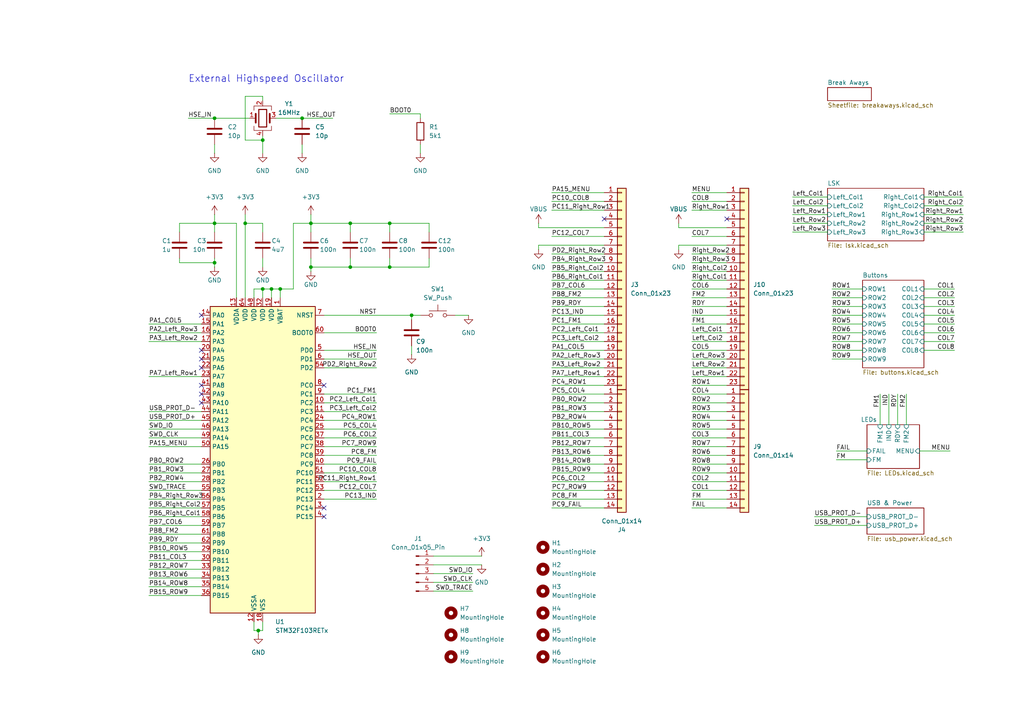
<source format=kicad_sch>
(kicad_sch
	(version 20231120)
	(generator "eeschema")
	(generator_version "8.0")
	(uuid "a6714e8f-d144-4da3-9f0a-d78532207364")
	(paper "A4")
	
	(junction
		(at 87.63 34.29)
		(diameter 0)
		(color 0 0 0 0)
		(uuid "0ac17959-3825-4d8b-bc1d-5d54904a1473")
	)
	(junction
		(at 78.74 83.82)
		(diameter 0)
		(color 0 0 0 0)
		(uuid "0e196d47-d10e-41c6-836c-1aaa450a30e0")
	)
	(junction
		(at 71.12 64.77)
		(diameter 0)
		(color 0 0 0 0)
		(uuid "14e27758-e9ad-4075-9d47-d7fafc1edf70")
	)
	(junction
		(at 76.2 40.64)
		(diameter 0)
		(color 0 0 0 0)
		(uuid "2bf40544-0c16-446f-a8fc-ed4fd652cf3b")
	)
	(junction
		(at 113.03 64.77)
		(diameter 0)
		(color 0 0 0 0)
		(uuid "2f8f2a9f-a286-43b4-bf29-fdcd12771b33")
	)
	(junction
		(at 119.38 91.44)
		(diameter 0)
		(color 0 0 0 0)
		(uuid "35ffd89a-3522-44ba-a240-0d7d71c78f76")
	)
	(junction
		(at 74.93 182.88)
		(diameter 0)
		(color 0 0 0 0)
		(uuid "4114cbae-7cc9-482f-ad22-44d150b4d0ef")
	)
	(junction
		(at 101.6 64.77)
		(diameter 0)
		(color 0 0 0 0)
		(uuid "462e2d48-7b9d-42f4-9196-609889382d02")
	)
	(junction
		(at 76.2 83.82)
		(diameter 0)
		(color 0 0 0 0)
		(uuid "636d65c8-651c-480b-b182-03a77e32e2cc")
	)
	(junction
		(at 113.03 77.47)
		(diameter 0)
		(color 0 0 0 0)
		(uuid "7cb29a67-29c6-4902-9aa5-060169c07091")
	)
	(junction
		(at 62.23 34.29)
		(diameter 0)
		(color 0 0 0 0)
		(uuid "81a15e8d-3655-4fe7-bacf-6b4732f4e90d")
	)
	(junction
		(at 62.23 64.77)
		(diameter 0)
		(color 0 0 0 0)
		(uuid "8f523b2c-9a1b-4541-8a4b-0d18e4a053e2")
	)
	(junction
		(at 81.28 83.82)
		(diameter 0)
		(color 0 0 0 0)
		(uuid "a4081a0f-a439-459e-86db-70000b0c1334")
	)
	(junction
		(at 62.23 76.2)
		(diameter 0)
		(color 0 0 0 0)
		(uuid "d9431c4d-21d4-470a-ba63-ceb6330dde9d")
	)
	(junction
		(at 101.6 77.47)
		(diameter 0)
		(color 0 0 0 0)
		(uuid "e5867998-dd43-47e3-b45e-6b4e7e98e894")
	)
	(junction
		(at 90.17 77.47)
		(diameter 0)
		(color 0 0 0 0)
		(uuid "ed7be678-3e2d-4439-9ad7-29476632ccdb")
	)
	(junction
		(at 90.17 64.77)
		(diameter 0)
		(color 0 0 0 0)
		(uuid "fd99aa94-6be2-4138-ad98-00afa3d95d0d")
	)
	(no_connect
		(at 210.82 63.5)
		(uuid "0c4b980c-541b-4054-9fe4-f5b41dc9d782")
	)
	(no_connect
		(at 58.42 114.3)
		(uuid "0cb20a6a-be79-4f27-93d6-38a950e6d1b4")
	)
	(no_connect
		(at 93.98 111.76)
		(uuid "10a65019-5928-499a-a7ed-28dd82b4a341")
	)
	(no_connect
		(at 58.42 101.6)
		(uuid "38bb1f9c-594b-4804-8a52-03733b56427d")
	)
	(no_connect
		(at 93.98 149.86)
		(uuid "4ea504c4-208a-4bec-90b4-07a1cef0ccbf")
	)
	(no_connect
		(at 58.42 106.68)
		(uuid "5f00b2c8-1d6e-43d1-92c2-bad444b5e457")
	)
	(no_connect
		(at 175.26 63.5)
		(uuid "61e2181c-da6a-459d-8bf0-d2812bc773b4")
	)
	(no_connect
		(at 58.42 111.76)
		(uuid "69f2f222-0096-4c18-b97a-f237f3e7bc25")
	)
	(no_connect
		(at 58.42 116.84)
		(uuid "80436849-41d3-4700-999f-89fad1b3d81d")
	)
	(no_connect
		(at 58.42 104.14)
		(uuid "a3623af9-3a3d-4498-8ae4-03c66d731b30")
	)
	(no_connect
		(at 93.98 147.32)
		(uuid "acc1e3a2-0712-4e59-a4c7-6aae5b8a1d32")
	)
	(no_connect
		(at 58.42 91.44)
		(uuid "fb58a841-dd8d-4589-8abb-009413dc832b")
	)
	(wire
		(pts
			(xy 62.23 64.77) (xy 62.23 67.31)
		)
		(stroke
			(width 0)
			(type default)
		)
		(uuid "002ca8b6-d054-43b0-9e7f-294f4170c383")
	)
	(wire
		(pts
			(xy 276.86 86.36) (xy 267.97 86.36)
		)
		(stroke
			(width 0)
			(type default)
		)
		(uuid "0129c93c-481c-48c1-a1b2-418232dc570c")
	)
	(wire
		(pts
			(xy 121.92 41.91) (xy 121.92 44.45)
		)
		(stroke
			(width 0)
			(type default)
		)
		(uuid "021c7e4b-f10b-496f-8b7c-3e8fd575975c")
	)
	(wire
		(pts
			(xy 196.85 66.04) (xy 196.85 64.77)
		)
		(stroke
			(width 0)
			(type default)
		)
		(uuid "024332ec-13c2-4d37-b9d0-0ec08aa25d63")
	)
	(wire
		(pts
			(xy 109.22 139.7) (xy 93.98 139.7)
		)
		(stroke
			(width 0)
			(type default)
		)
		(uuid "0383b023-e38f-4219-8077-ed9998c2bbd3")
	)
	(wire
		(pts
			(xy 119.38 100.33) (xy 119.38 102.87)
		)
		(stroke
			(width 0)
			(type default)
		)
		(uuid "03dfe426-b4c6-441f-a13c-5dfa09d8f3a5")
	)
	(wire
		(pts
			(xy 241.3 91.44) (xy 250.19 91.44)
		)
		(stroke
			(width 0)
			(type default)
		)
		(uuid "05bbb447-2056-4b8e-8bdb-b0bf97262233")
	)
	(wire
		(pts
			(xy 43.18 162.56) (xy 58.42 162.56)
		)
		(stroke
			(width 0)
			(type default)
		)
		(uuid "0790f3e4-2ea2-4c56-8cc1-3e3552698401")
	)
	(wire
		(pts
			(xy 160.02 60.96) (xy 175.26 60.96)
		)
		(stroke
			(width 0)
			(type default)
		)
		(uuid "07c0e9b3-357f-4162-8c0c-439e41a42fb7")
	)
	(wire
		(pts
			(xy 113.03 77.47) (xy 124.46 77.47)
		)
		(stroke
			(width 0)
			(type default)
		)
		(uuid "07c2fafd-dbb1-4514-9671-8589a5ee1683")
	)
	(wire
		(pts
			(xy 101.6 64.77) (xy 101.6 67.31)
		)
		(stroke
			(width 0)
			(type default)
		)
		(uuid "0865c768-e3db-4c5f-a00c-8b1831be6335")
	)
	(wire
		(pts
			(xy 76.2 29.21) (xy 76.2 27.94)
		)
		(stroke
			(width 0)
			(type default)
		)
		(uuid "0971e094-7ee0-409c-a6b7-4655af530739")
	)
	(wire
		(pts
			(xy 109.22 137.16) (xy 93.98 137.16)
		)
		(stroke
			(width 0)
			(type default)
		)
		(uuid "0af5fb2d-c97a-4d1b-bf0a-9885ba1c36cf")
	)
	(wire
		(pts
			(xy 251.46 149.86) (xy 236.22 149.86)
		)
		(stroke
			(width 0)
			(type default)
		)
		(uuid "0b19dfba-995f-474f-9960-8e3733e7d912")
	)
	(wire
		(pts
			(xy 113.03 64.77) (xy 124.46 64.77)
		)
		(stroke
			(width 0)
			(type default)
		)
		(uuid "0b95be0e-a430-4295-8cca-28da4e660135")
	)
	(wire
		(pts
			(xy 241.3 96.52) (xy 250.19 96.52)
		)
		(stroke
			(width 0)
			(type default)
		)
		(uuid "0ca801c2-5db9-4417-87f5-e8a3e33977bb")
	)
	(wire
		(pts
			(xy 101.6 74.93) (xy 101.6 77.47)
		)
		(stroke
			(width 0)
			(type default)
		)
		(uuid "0cbc8350-6f5a-4c00-ae86-b5ec6ba324e8")
	)
	(wire
		(pts
			(xy 76.2 182.88) (xy 74.93 182.88)
		)
		(stroke
			(width 0)
			(type default)
		)
		(uuid "0de42190-cd3e-4178-b33c-d820976cdf1d")
	)
	(wire
		(pts
			(xy 43.18 147.32) (xy 58.42 147.32)
		)
		(stroke
			(width 0)
			(type default)
		)
		(uuid "0df5e647-25a1-4543-930d-fe7cafa6eaf6")
	)
	(wire
		(pts
			(xy 276.86 96.52) (xy 267.97 96.52)
		)
		(stroke
			(width 0)
			(type default)
		)
		(uuid "0eeaa15c-e983-40d5-b78f-77ad39c49c8a")
	)
	(wire
		(pts
			(xy 242.57 130.81) (xy 251.46 130.81)
		)
		(stroke
			(width 0)
			(type default)
		)
		(uuid "0fa6ffcf-3145-4cd0-b6be-d329174f2f8c")
	)
	(wire
		(pts
			(xy 43.18 167.64) (xy 58.42 167.64)
		)
		(stroke
			(width 0)
			(type default)
		)
		(uuid "0fd0b228-0ed8-4451-9af2-0b843256178b")
	)
	(wire
		(pts
			(xy 85.09 83.82) (xy 81.28 83.82)
		)
		(stroke
			(width 0)
			(type default)
		)
		(uuid "10173628-09e0-48ab-9367-dafd71374ec5")
	)
	(wire
		(pts
			(xy 200.66 139.7) (xy 210.82 139.7)
		)
		(stroke
			(width 0)
			(type default)
		)
		(uuid "1017b62a-6702-4699-8138-ba5d7b811cb3")
	)
	(wire
		(pts
			(xy 262.89 114.3) (xy 262.89 123.19)
		)
		(stroke
			(width 0)
			(type default)
		)
		(uuid "11e0bfa9-a965-4dc0-9eff-f5914dbd04b6")
	)
	(wire
		(pts
			(xy 200.66 137.16) (xy 210.82 137.16)
		)
		(stroke
			(width 0)
			(type default)
		)
		(uuid "1424fa44-5148-4332-aec2-bbb519f01751")
	)
	(wire
		(pts
			(xy 200.66 104.14) (xy 210.82 104.14)
		)
		(stroke
			(width 0)
			(type default)
		)
		(uuid "15f81d49-16ba-4c20-9c42-8bbe49d1b6fb")
	)
	(wire
		(pts
			(xy 43.18 170.18) (xy 58.42 170.18)
		)
		(stroke
			(width 0)
			(type default)
		)
		(uuid "174a9bdb-98e9-4254-974a-0e900bacd8b8")
	)
	(wire
		(pts
			(xy 160.02 147.32) (xy 175.26 147.32)
		)
		(stroke
			(width 0)
			(type default)
		)
		(uuid "17dd0ea9-1b67-48ca-80eb-c787ca978525")
	)
	(wire
		(pts
			(xy 160.02 81.28) (xy 175.26 81.28)
		)
		(stroke
			(width 0)
			(type default)
		)
		(uuid "184b9665-f2dc-4f5c-b022-aaac289ad568")
	)
	(wire
		(pts
			(xy 160.02 55.88) (xy 175.26 55.88)
		)
		(stroke
			(width 0)
			(type default)
		)
		(uuid "18605f94-3283-4392-847c-bec0fa75bbc5")
	)
	(wire
		(pts
			(xy 76.2 83.82) (xy 76.2 86.36)
		)
		(stroke
			(width 0)
			(type default)
		)
		(uuid "195aa28f-72d8-4d04-9598-e55974b6b156")
	)
	(wire
		(pts
			(xy 109.22 106.68) (xy 93.98 106.68)
		)
		(stroke
			(width 0)
			(type default)
		)
		(uuid "19c2d3a5-7816-44bc-8455-c89dab8458aa")
	)
	(wire
		(pts
			(xy 241.3 88.9) (xy 250.19 88.9)
		)
		(stroke
			(width 0)
			(type default)
		)
		(uuid "1a71efd6-8772-41af-8d32-9a56508d8248")
	)
	(wire
		(pts
			(xy 267.97 64.77) (xy 279.4 64.77)
		)
		(stroke
			(width 0)
			(type default)
		)
		(uuid "1ce29e1f-e5c6-41d2-9402-d34ff4f131df")
	)
	(wire
		(pts
			(xy 196.85 71.12) (xy 196.85 72.39)
		)
		(stroke
			(width 0)
			(type default)
		)
		(uuid "1d64a169-44d6-470b-a93f-9fe60e218946")
	)
	(wire
		(pts
			(xy 76.2 40.64) (xy 76.2 44.45)
		)
		(stroke
			(width 0)
			(type default)
		)
		(uuid "2486bae3-1fc3-4fe5-ae2c-dcaabf5877d1")
	)
	(wire
		(pts
			(xy 200.66 55.88) (xy 210.82 55.88)
		)
		(stroke
			(width 0)
			(type default)
		)
		(uuid "24ad5187-ce5b-4a31-a7c9-07d792bf35f2")
	)
	(wire
		(pts
			(xy 160.02 109.22) (xy 175.26 109.22)
		)
		(stroke
			(width 0)
			(type default)
		)
		(uuid "251b115b-a1a0-4df6-b4ab-ab8b75e2f884")
	)
	(wire
		(pts
			(xy 160.02 91.44) (xy 175.26 91.44)
		)
		(stroke
			(width 0)
			(type default)
		)
		(uuid "25ad5689-d038-47bb-8a6a-f8315740a46c")
	)
	(wire
		(pts
			(xy 62.23 77.47) (xy 62.23 76.2)
		)
		(stroke
			(width 0)
			(type default)
		)
		(uuid "2793ffa9-3f82-46ec-94ad-896f85ab572f")
	)
	(wire
		(pts
			(xy 125.73 163.83) (xy 139.7 163.83)
		)
		(stroke
			(width 0)
			(type default)
		)
		(uuid "28a0ade8-b781-43b3-925e-ca254bbe1e29")
	)
	(wire
		(pts
			(xy 200.66 68.58) (xy 210.82 68.58)
		)
		(stroke
			(width 0)
			(type default)
		)
		(uuid "28b594da-f376-45eb-9c2a-1505fc990bae")
	)
	(wire
		(pts
			(xy 101.6 77.47) (xy 113.03 77.47)
		)
		(stroke
			(width 0)
			(type default)
		)
		(uuid "29090879-1b9b-4f4b-a0dc-26348adec255")
	)
	(wire
		(pts
			(xy 109.22 114.3) (xy 93.98 114.3)
		)
		(stroke
			(width 0)
			(type default)
		)
		(uuid "292e4112-c39d-4cc0-91ec-dd4f543fa03d")
	)
	(wire
		(pts
			(xy 200.66 99.06) (xy 210.82 99.06)
		)
		(stroke
			(width 0)
			(type default)
		)
		(uuid "2b0df8bd-db3d-4ce2-b7f1-6d2aa49facc4")
	)
	(wire
		(pts
			(xy 58.42 119.38) (xy 43.18 119.38)
		)
		(stroke
			(width 0)
			(type default)
		)
		(uuid "2baa4fe2-03b0-4061-ba6f-d3b3674e7a13")
	)
	(wire
		(pts
			(xy 43.18 96.52) (xy 58.42 96.52)
		)
		(stroke
			(width 0)
			(type default)
		)
		(uuid "2d5af7d5-efe8-45eb-9872-16f020bd30f5")
	)
	(wire
		(pts
			(xy 267.97 62.23) (xy 279.4 62.23)
		)
		(stroke
			(width 0)
			(type default)
		)
		(uuid "2e8d43a7-c3ce-4f16-92b7-019646415dc1")
	)
	(wire
		(pts
			(xy 160.02 139.7) (xy 175.26 139.7)
		)
		(stroke
			(width 0)
			(type default)
		)
		(uuid "30a6eb3e-480f-47b3-ab47-f9090c9ecb66")
	)
	(wire
		(pts
			(xy 257.81 114.3) (xy 257.81 123.19)
		)
		(stroke
			(width 0)
			(type default)
		)
		(uuid "310f269d-cde3-416b-bb18-9b03c193f712")
	)
	(wire
		(pts
			(xy 276.86 83.82) (xy 267.97 83.82)
		)
		(stroke
			(width 0)
			(type default)
		)
		(uuid "315ba9c3-94f3-4caf-9f6c-c1c11a18156c")
	)
	(wire
		(pts
			(xy 229.87 64.77) (xy 240.03 64.77)
		)
		(stroke
			(width 0)
			(type default)
		)
		(uuid "36f85953-071b-491a-b4cb-d1c557ffdb67")
	)
	(wire
		(pts
			(xy 90.17 64.77) (xy 101.6 64.77)
		)
		(stroke
			(width 0)
			(type default)
		)
		(uuid "384b44f8-5bae-46dd-a1f3-a93e4b9b03a4")
	)
	(wire
		(pts
			(xy 43.18 137.16) (xy 58.42 137.16)
		)
		(stroke
			(width 0)
			(type default)
		)
		(uuid "38a8a1ab-bdd4-4759-b6a1-b3ec79e2519f")
	)
	(wire
		(pts
			(xy 200.66 116.84) (xy 210.82 116.84)
		)
		(stroke
			(width 0)
			(type default)
		)
		(uuid "3a44028a-7458-4a6f-94d1-12724de89ef8")
	)
	(wire
		(pts
			(xy 76.2 27.94) (xy 71.12 27.94)
		)
		(stroke
			(width 0)
			(type default)
		)
		(uuid "3a5e66f0-3ff0-4f38-aec8-e64779799e54")
	)
	(wire
		(pts
			(xy 93.98 101.6) (xy 109.22 101.6)
		)
		(stroke
			(width 0)
			(type default)
		)
		(uuid "3dffd25d-a47d-43bf-a458-ab8b7c6eb839")
	)
	(wire
		(pts
			(xy 71.12 40.64) (xy 76.2 40.64)
		)
		(stroke
			(width 0)
			(type default)
		)
		(uuid "3ec8fc7b-ef55-466d-84e1-a22b1f21b311")
	)
	(wire
		(pts
			(xy 43.18 157.48) (xy 58.42 157.48)
		)
		(stroke
			(width 0)
			(type default)
		)
		(uuid "3ef6ea34-c6d9-437d-9688-e7b0dd1aabec")
	)
	(wire
		(pts
			(xy 267.97 59.69) (xy 279.4 59.69)
		)
		(stroke
			(width 0)
			(type default)
		)
		(uuid "3fcfd34c-038f-443e-aa74-e18b3ba481d4")
	)
	(wire
		(pts
			(xy 200.66 93.98) (xy 210.82 93.98)
		)
		(stroke
			(width 0)
			(type default)
		)
		(uuid "43b5334e-03aa-4558-9655-18aff76021da")
	)
	(wire
		(pts
			(xy 241.3 99.06) (xy 250.19 99.06)
		)
		(stroke
			(width 0)
			(type default)
		)
		(uuid "44dda140-db84-4505-b67e-8a14a39c6cd6")
	)
	(wire
		(pts
			(xy 200.66 73.66) (xy 210.82 73.66)
		)
		(stroke
			(width 0)
			(type default)
		)
		(uuid "45336613-87e4-4e12-a71b-b8c60926e77b")
	)
	(wire
		(pts
			(xy 160.02 58.42) (xy 175.26 58.42)
		)
		(stroke
			(width 0)
			(type default)
		)
		(uuid "459ec1c3-f3d2-4ac0-9d07-be65845fc619")
	)
	(wire
		(pts
			(xy 119.38 91.44) (xy 119.38 92.71)
		)
		(stroke
			(width 0)
			(type default)
		)
		(uuid "45b55dba-8668-48eb-a648-85fd929879b8")
	)
	(wire
		(pts
			(xy 52.07 64.77) (xy 62.23 64.77)
		)
		(stroke
			(width 0)
			(type default)
		)
		(uuid "4618f9df-1557-419c-8f27-1fe859cf5a6b")
	)
	(wire
		(pts
			(xy 160.02 73.66) (xy 175.26 73.66)
		)
		(stroke
			(width 0)
			(type default)
		)
		(uuid "4814cfe6-7c3f-4003-803b-cd1a45ed9075")
	)
	(wire
		(pts
			(xy 160.02 78.74) (xy 175.26 78.74)
		)
		(stroke
			(width 0)
			(type default)
		)
		(uuid "4829b273-8044-4aee-96d3-5ea701269c10")
	)
	(wire
		(pts
			(xy 200.66 88.9) (xy 210.82 88.9)
		)
		(stroke
			(width 0)
			(type default)
		)
		(uuid "4acd607e-e71e-4fb7-8fc3-95db7044da6c")
	)
	(wire
		(pts
			(xy 200.66 129.54) (xy 210.82 129.54)
		)
		(stroke
			(width 0)
			(type default)
		)
		(uuid "4ad26593-1972-4736-a90b-b6ed4c1832bf")
	)
	(wire
		(pts
			(xy 160.02 93.98) (xy 175.26 93.98)
		)
		(stroke
			(width 0)
			(type default)
		)
		(uuid "4f0bf5a6-c519-4d6f-8e5f-b941c1b05077")
	)
	(wire
		(pts
			(xy 200.66 106.68) (xy 210.82 106.68)
		)
		(stroke
			(width 0)
			(type default)
		)
		(uuid "500c0e9d-ce62-46a5-94f2-c320778a2a78")
	)
	(wire
		(pts
			(xy 137.16 168.91) (xy 125.73 168.91)
		)
		(stroke
			(width 0)
			(type default)
		)
		(uuid "5041f021-d445-43da-aae1-9a55396be580")
	)
	(wire
		(pts
			(xy 90.17 77.47) (xy 90.17 78.74)
		)
		(stroke
			(width 0)
			(type default)
		)
		(uuid "50a531ec-e916-4601-9738-e43afcab678c")
	)
	(wire
		(pts
			(xy 76.2 64.77) (xy 76.2 67.31)
		)
		(stroke
			(width 0)
			(type default)
		)
		(uuid "5229f429-bf66-4167-96e2-c277934ea148")
	)
	(wire
		(pts
			(xy 78.74 83.82) (xy 78.74 86.36)
		)
		(stroke
			(width 0)
			(type default)
		)
		(uuid "523acf82-7b79-4164-9270-f4a389d5caeb")
	)
	(wire
		(pts
			(xy 43.18 129.54) (xy 58.42 129.54)
		)
		(stroke
			(width 0)
			(type default)
		)
		(uuid "52aa512f-41ac-4609-a78f-8986db465883")
	)
	(wire
		(pts
			(xy 200.66 58.42) (xy 210.82 58.42)
		)
		(stroke
			(width 0)
			(type default)
		)
		(uuid "55582343-5d76-42d4-ac61-98ef3258b4d7")
	)
	(wire
		(pts
			(xy 124.46 74.93) (xy 124.46 77.47)
		)
		(stroke
			(width 0)
			(type default)
		)
		(uuid "56789c6d-e813-44c2-8216-aae6b1762dd4")
	)
	(wire
		(pts
			(xy 160.02 76.2) (xy 175.26 76.2)
		)
		(stroke
			(width 0)
			(type default)
		)
		(uuid "576e8db2-3690-4427-8f90-b79e3a30433f")
	)
	(wire
		(pts
			(xy 124.46 67.31) (xy 124.46 64.77)
		)
		(stroke
			(width 0)
			(type default)
		)
		(uuid "5830ce34-11ad-4f79-a483-7763b9624731")
	)
	(wire
		(pts
			(xy 73.66 180.34) (xy 73.66 182.88)
		)
		(stroke
			(width 0)
			(type default)
		)
		(uuid "58c678a6-2cb1-46ea-8752-497f87b2cfd9")
	)
	(wire
		(pts
			(xy 109.22 129.54) (xy 93.98 129.54)
		)
		(stroke
			(width 0)
			(type default)
		)
		(uuid "591c6e50-e785-42ee-9bb0-acc5bc99387d")
	)
	(wire
		(pts
			(xy 71.12 64.77) (xy 71.12 86.36)
		)
		(stroke
			(width 0)
			(type default)
		)
		(uuid "5ce7bb33-8eb1-4942-8ca4-32ffbd35d0a2")
	)
	(wire
		(pts
			(xy 196.85 66.04) (xy 210.82 66.04)
		)
		(stroke
			(width 0)
			(type default)
		)
		(uuid "5f895fd8-029d-4d5c-92ea-62f4d05dce35")
	)
	(wire
		(pts
			(xy 76.2 180.34) (xy 76.2 182.88)
		)
		(stroke
			(width 0)
			(type default)
		)
		(uuid "5fd96de0-d771-4e08-b6b3-4b11aa7d1ac5")
	)
	(wire
		(pts
			(xy 236.22 152.4) (xy 251.46 152.4)
		)
		(stroke
			(width 0)
			(type default)
		)
		(uuid "61459c3a-7932-41ab-8bb2-352a2f2ddd7d")
	)
	(wire
		(pts
			(xy 160.02 119.38) (xy 175.26 119.38)
		)
		(stroke
			(width 0)
			(type default)
		)
		(uuid "63d7f52b-f462-4c3c-99cd-31147dc03a2b")
	)
	(wire
		(pts
			(xy 276.86 91.44) (xy 267.97 91.44)
		)
		(stroke
			(width 0)
			(type default)
		)
		(uuid "641913f4-b6b0-4d2b-a8cd-408ac519f141")
	)
	(wire
		(pts
			(xy 125.73 161.29) (xy 139.7 161.29)
		)
		(stroke
			(width 0)
			(type default)
		)
		(uuid "64832cf8-5eb8-45f7-b631-92996b2cbc30")
	)
	(wire
		(pts
			(xy 200.66 127) (xy 210.82 127)
		)
		(stroke
			(width 0)
			(type default)
		)
		(uuid "64e3f153-dba0-489e-9bcd-7c9c999e1387")
	)
	(wire
		(pts
			(xy 43.18 93.98) (xy 58.42 93.98)
		)
		(stroke
			(width 0)
			(type default)
		)
		(uuid "64fc63f9-3967-4a4c-837a-acf2207e3519")
	)
	(wire
		(pts
			(xy 156.21 66.04) (xy 175.26 66.04)
		)
		(stroke
			(width 0)
			(type default)
		)
		(uuid "664c85ab-c370-4ebb-8dff-e0387a98777d")
	)
	(wire
		(pts
			(xy 113.03 33.02) (xy 121.92 33.02)
		)
		(stroke
			(width 0)
			(type default)
		)
		(uuid "67454a94-0707-4384-b37e-259a29f58b8d")
	)
	(wire
		(pts
			(xy 241.3 86.36) (xy 250.19 86.36)
		)
		(stroke
			(width 0)
			(type default)
		)
		(uuid "67f004d2-f203-4bf4-a133-ee71edf8f78a")
	)
	(wire
		(pts
			(xy 276.86 93.98) (xy 267.97 93.98)
		)
		(stroke
			(width 0)
			(type default)
		)
		(uuid "688912a1-e8e9-4f5a-ab28-b8ddcc497101")
	)
	(wire
		(pts
			(xy 160.02 96.52) (xy 175.26 96.52)
		)
		(stroke
			(width 0)
			(type default)
		)
		(uuid "68905ebb-191f-4c88-b70e-9cfb2005e336")
	)
	(wire
		(pts
			(xy 160.02 83.82) (xy 175.26 83.82)
		)
		(stroke
			(width 0)
			(type default)
		)
		(uuid "68b1c567-f19b-481b-b61d-47c52cd715bd")
	)
	(wire
		(pts
			(xy 160.02 106.68) (xy 175.26 106.68)
		)
		(stroke
			(width 0)
			(type default)
		)
		(uuid "6ac2d241-abb0-4e3a-b532-377dd2ed50b4")
	)
	(wire
		(pts
			(xy 241.3 104.14) (xy 250.19 104.14)
		)
		(stroke
			(width 0)
			(type default)
		)
		(uuid "6d604e8b-9ce7-44bf-869d-0875979c0c37")
	)
	(wire
		(pts
			(xy 73.66 83.82) (xy 76.2 83.82)
		)
		(stroke
			(width 0)
			(type default)
		)
		(uuid "6fee0370-85b3-4fdf-be45-6e555e3c9ed7")
	)
	(wire
		(pts
			(xy 43.18 127) (xy 58.42 127)
		)
		(stroke
			(width 0)
			(type default)
		)
		(uuid "70209842-4f9e-42dd-9702-3795d2d78300")
	)
	(wire
		(pts
			(xy 241.3 101.6) (xy 250.19 101.6)
		)
		(stroke
			(width 0)
			(type default)
		)
		(uuid "713dccae-7ca9-418a-a818-0110bd29e2a4")
	)
	(wire
		(pts
			(xy 43.18 154.94) (xy 58.42 154.94)
		)
		(stroke
			(width 0)
			(type default)
		)
		(uuid "72570d0c-dda6-49fa-a4c1-e81831149937")
	)
	(wire
		(pts
			(xy 43.18 149.86) (xy 58.42 149.86)
		)
		(stroke
			(width 0)
			(type default)
		)
		(uuid "73db20c3-29ef-4f82-9c5d-548abe7af906")
	)
	(wire
		(pts
			(xy 242.57 133.35) (xy 251.46 133.35)
		)
		(stroke
			(width 0)
			(type default)
		)
		(uuid "755b6f3d-36e6-44cf-a69b-444cc90f0bae")
	)
	(wire
		(pts
			(xy 43.18 165.1) (xy 58.42 165.1)
		)
		(stroke
			(width 0)
			(type default)
		)
		(uuid "76c9093b-6a8e-4a76-b5a2-4c13fa6750e0")
	)
	(wire
		(pts
			(xy 200.66 101.6) (xy 210.82 101.6)
		)
		(stroke
			(width 0)
			(type default)
		)
		(uuid "76f60b43-720d-4c10-857d-0fa6b8f99585")
	)
	(wire
		(pts
			(xy 43.18 134.62) (xy 58.42 134.62)
		)
		(stroke
			(width 0)
			(type default)
		)
		(uuid "77773c5a-ae16-49bb-b586-fd3183463993")
	)
	(wire
		(pts
			(xy 43.18 109.22) (xy 58.42 109.22)
		)
		(stroke
			(width 0)
			(type default)
		)
		(uuid "77a127b6-60b9-4661-bc97-3a8a8f8f10e7")
	)
	(wire
		(pts
			(xy 76.2 64.77) (xy 71.12 64.77)
		)
		(stroke
			(width 0)
			(type default)
		)
		(uuid "7901afed-d82c-4f13-b22e-7ef81d8779fe")
	)
	(wire
		(pts
			(xy 200.66 134.62) (xy 210.82 134.62)
		)
		(stroke
			(width 0)
			(type default)
		)
		(uuid "790aec79-8ef4-467e-b202-3f61ee440c8a")
	)
	(wire
		(pts
			(xy 200.66 111.76) (xy 210.82 111.76)
		)
		(stroke
			(width 0)
			(type default)
		)
		(uuid "799d3b5d-fc12-4c34-b5fc-39f57b6a56f4")
	)
	(wire
		(pts
			(xy 200.66 109.22) (xy 210.82 109.22)
		)
		(stroke
			(width 0)
			(type default)
		)
		(uuid "7d3948e6-568b-4756-b9a3-8d2963d89ae9")
	)
	(wire
		(pts
			(xy 160.02 104.14) (xy 175.26 104.14)
		)
		(stroke
			(width 0)
			(type default)
		)
		(uuid "7f4d4d8d-f80a-4a64-a347-dd6f4cc5a72c")
	)
	(wire
		(pts
			(xy 200.66 81.28) (xy 210.82 81.28)
		)
		(stroke
			(width 0)
			(type default)
		)
		(uuid "804cf523-74b3-4f42-b355-c844adc60734")
	)
	(wire
		(pts
			(xy 160.02 127) (xy 175.26 127)
		)
		(stroke
			(width 0)
			(type default)
		)
		(uuid "8075864a-1fa0-4eff-abbf-ab165f2de697")
	)
	(wire
		(pts
			(xy 160.02 134.62) (xy 175.26 134.62)
		)
		(stroke
			(width 0)
			(type default)
		)
		(uuid "807c5023-9391-4703-a673-cc76716c26c5")
	)
	(wire
		(pts
			(xy 87.63 34.29) (xy 96.52 34.29)
		)
		(stroke
			(width 0)
			(type default)
		)
		(uuid "807d0817-f921-42b7-b590-9b3c1b0e31f1")
	)
	(wire
		(pts
			(xy 71.12 27.94) (xy 71.12 40.64)
		)
		(stroke
			(width 0)
			(type default)
		)
		(uuid "816dd3a2-ba8e-44ed-801d-249443b140ea")
	)
	(wire
		(pts
			(xy 200.66 132.08) (xy 210.82 132.08)
		)
		(stroke
			(width 0)
			(type default)
		)
		(uuid "82b2d7ae-d491-457d-a04b-260127f2cc8c")
	)
	(wire
		(pts
			(xy 241.3 83.82) (xy 250.19 83.82)
		)
		(stroke
			(width 0)
			(type default)
		)
		(uuid "83a6ad68-d62e-41f5-a396-d5750e97d583")
	)
	(wire
		(pts
			(xy 93.98 91.44) (xy 119.38 91.44)
		)
		(stroke
			(width 0)
			(type default)
		)
		(uuid "83f03845-ac8a-4955-8567-05bc81c8f4b8")
	)
	(wire
		(pts
			(xy 62.23 74.93) (xy 62.23 76.2)
		)
		(stroke
			(width 0)
			(type default)
		)
		(uuid "841c821f-d989-4e07-bbb4-2a05d450813f")
	)
	(wire
		(pts
			(xy 87.63 41.91) (xy 87.63 44.45)
		)
		(stroke
			(width 0)
			(type default)
		)
		(uuid "864506d0-9a0c-44b5-a908-c1f39ce97d3f")
	)
	(wire
		(pts
			(xy 160.02 114.3) (xy 175.26 114.3)
		)
		(stroke
			(width 0)
			(type default)
		)
		(uuid "86928fe4-6479-4d97-9ca7-818a2395c0c6")
	)
	(wire
		(pts
			(xy 160.02 144.78) (xy 175.26 144.78)
		)
		(stroke
			(width 0)
			(type default)
		)
		(uuid "86d17030-a34c-4670-bd6f-d2e0fbb93c32")
	)
	(wire
		(pts
			(xy 160.02 132.08) (xy 175.26 132.08)
		)
		(stroke
			(width 0)
			(type default)
		)
		(uuid "86dd8794-ab23-4802-9ac6-3f64874db917")
	)
	(wire
		(pts
			(xy 109.22 124.46) (xy 93.98 124.46)
		)
		(stroke
			(width 0)
			(type default)
		)
		(uuid "8753e8e1-36d2-4118-a391-94c2aa7220e7")
	)
	(wire
		(pts
			(xy 43.18 99.06) (xy 58.42 99.06)
		)
		(stroke
			(width 0)
			(type default)
		)
		(uuid "879c084a-112f-4e6d-8a53-41a72ac49bfd")
	)
	(wire
		(pts
			(xy 80.01 34.29) (xy 87.63 34.29)
		)
		(stroke
			(width 0)
			(type default)
		)
		(uuid "88de58c2-e37e-4929-aab0-104efe9beffb")
	)
	(wire
		(pts
			(xy 200.66 114.3) (xy 210.82 114.3)
		)
		(stroke
			(width 0)
			(type default)
		)
		(uuid "8994e1d2-8721-4436-8676-d36e66b7ca60")
	)
	(wire
		(pts
			(xy 200.66 124.46) (xy 210.82 124.46)
		)
		(stroke
			(width 0)
			(type default)
		)
		(uuid "8a8096e7-9272-4754-83bf-5914b6e8c95b")
	)
	(wire
		(pts
			(xy 90.17 62.23) (xy 90.17 64.77)
		)
		(stroke
			(width 0)
			(type default)
		)
		(uuid "8abe141d-80d4-4e2b-b6b2-02e534eaa27d")
	)
	(wire
		(pts
			(xy 43.18 160.02) (xy 58.42 160.02)
		)
		(stroke
			(width 0)
			(type default)
		)
		(uuid "8ae5eb21-4e0a-4aa7-9861-50e19bdbef2c")
	)
	(wire
		(pts
			(xy 93.98 134.62) (xy 109.22 134.62)
		)
		(stroke
			(width 0)
			(type default)
		)
		(uuid "8c2c61a0-0c01-4af6-85bd-c699dec8af06")
	)
	(wire
		(pts
			(xy 43.18 152.4) (xy 58.42 152.4)
		)
		(stroke
			(width 0)
			(type default)
		)
		(uuid "8cfd7b39-ec84-4d7c-ad00-f3721e9f523f")
	)
	(wire
		(pts
			(xy 200.66 144.78) (xy 210.82 144.78)
		)
		(stroke
			(width 0)
			(type default)
		)
		(uuid "8d5fce2d-4c88-409f-a8f0-384d7b86966b")
	)
	(wire
		(pts
			(xy 229.87 57.15) (xy 240.03 57.15)
		)
		(stroke
			(width 0)
			(type default)
		)
		(uuid "8d80575a-2732-4fad-96c7-8238c1160566")
	)
	(wire
		(pts
			(xy 160.02 99.06) (xy 175.26 99.06)
		)
		(stroke
			(width 0)
			(type default)
		)
		(uuid "904f17d4-fd32-4674-aef8-98ae62ee259f")
	)
	(wire
		(pts
			(xy 62.23 41.91) (xy 62.23 44.45)
		)
		(stroke
			(width 0)
			(type default)
		)
		(uuid "90eb99f4-b32e-482c-9410-b02ac8e04a8c")
	)
	(wire
		(pts
			(xy 109.22 119.38) (xy 93.98 119.38)
		)
		(stroke
			(width 0)
			(type default)
		)
		(uuid "92618c43-14cd-497b-8f33-ba1689b6eeca")
	)
	(wire
		(pts
			(xy 73.66 86.36) (xy 73.66 83.82)
		)
		(stroke
			(width 0)
			(type default)
		)
		(uuid "934239f2-159e-44a6-82fc-a99b93039ef4")
	)
	(wire
		(pts
			(xy 156.21 71.12) (xy 156.21 72.39)
		)
		(stroke
			(width 0)
			(type default)
		)
		(uuid "95acf485-c56c-4da2-a2f3-d4deebe8369b")
	)
	(wire
		(pts
			(xy 90.17 67.31) (xy 90.17 64.77)
		)
		(stroke
			(width 0)
			(type default)
		)
		(uuid "96c4f7cc-49d4-45ea-9b41-765bd977f871")
	)
	(wire
		(pts
			(xy 90.17 64.77) (xy 85.09 64.77)
		)
		(stroke
			(width 0)
			(type default)
		)
		(uuid "97f6fb1f-14a8-4e2c-9b2c-d5c962628c99")
	)
	(wire
		(pts
			(xy 160.02 111.76) (xy 175.26 111.76)
		)
		(stroke
			(width 0)
			(type default)
		)
		(uuid "997c2e7f-0d4e-40b6-b08e-eabe774d22cd")
	)
	(wire
		(pts
			(xy 137.16 171.45) (xy 125.73 171.45)
		)
		(stroke
			(width 0)
			(type default)
		)
		(uuid "9a42e892-2426-4d86-a4e1-d11464ab1299")
	)
	(wire
		(pts
			(xy 109.22 144.78) (xy 93.98 144.78)
		)
		(stroke
			(width 0)
			(type default)
		)
		(uuid "9bc899e0-2edf-4926-9682-4b14411a38ea")
	)
	(wire
		(pts
			(xy 160.02 116.84) (xy 175.26 116.84)
		)
		(stroke
			(width 0)
			(type default)
		)
		(uuid "9c3d5482-5f10-4a4b-8992-ae39316721d3")
	)
	(wire
		(pts
			(xy 267.97 67.31) (xy 279.4 67.31)
		)
		(stroke
			(width 0)
			(type default)
		)
		(uuid "9df10aee-6380-43d7-b7b0-9ec080bb42d7")
	)
	(wire
		(pts
			(xy 156.21 71.12) (xy 175.26 71.12)
		)
		(stroke
			(width 0)
			(type default)
		)
		(uuid "9e6913ba-18c1-460e-a283-e5fe27a42ae1")
	)
	(wire
		(pts
			(xy 200.66 96.52) (xy 210.82 96.52)
		)
		(stroke
			(width 0)
			(type default)
		)
		(uuid "9ec06840-5109-4765-8547-9d5ff5079b4e")
	)
	(wire
		(pts
			(xy 260.35 114.3) (xy 260.35 123.19)
		)
		(stroke
			(width 0)
			(type default)
		)
		(uuid "a0d81f94-538e-4e0c-9a7c-aa1f2c317e17")
	)
	(wire
		(pts
			(xy 68.58 64.77) (xy 68.58 86.36)
		)
		(stroke
			(width 0)
			(type default)
		)
		(uuid "a0eba693-2f42-4f46-8c4b-81af4887c418")
	)
	(wire
		(pts
			(xy 160.02 137.16) (xy 175.26 137.16)
		)
		(stroke
			(width 0)
			(type default)
		)
		(uuid "a0ed1a32-205d-4063-8d24-fc02f07203b2")
	)
	(wire
		(pts
			(xy 71.12 62.23) (xy 71.12 64.77)
		)
		(stroke
			(width 0)
			(type default)
		)
		(uuid "a1a52adf-7ffe-4cd5-b95a-99b9d9a5c69b")
	)
	(wire
		(pts
			(xy 132.08 91.44) (xy 135.89 91.44)
		)
		(stroke
			(width 0)
			(type default)
		)
		(uuid "a42f6153-adbd-418d-b7cb-77ece8341672")
	)
	(wire
		(pts
			(xy 255.27 114.3) (xy 255.27 123.19)
		)
		(stroke
			(width 0)
			(type default)
		)
		(uuid "a930361d-b90c-4fd6-9d3e-0012d64ed5c1")
	)
	(wire
		(pts
			(xy 160.02 68.58) (xy 175.26 68.58)
		)
		(stroke
			(width 0)
			(type default)
		)
		(uuid "a9b837b1-c815-4376-8eb8-2576bd4fafea")
	)
	(wire
		(pts
			(xy 160.02 101.6) (xy 175.26 101.6)
		)
		(stroke
			(width 0)
			(type default)
		)
		(uuid "ab13ea59-afc5-4c79-9017-dd32455cd987")
	)
	(wire
		(pts
			(xy 200.66 78.74) (xy 210.82 78.74)
		)
		(stroke
			(width 0)
			(type default)
		)
		(uuid "ab9add21-05ab-44d1-912d-63d70c35fc40")
	)
	(wire
		(pts
			(xy 210.82 71.12) (xy 196.85 71.12)
		)
		(stroke
			(width 0)
			(type default)
		)
		(uuid "b05a6bec-75e7-4524-8891-951d60c0d398")
	)
	(wire
		(pts
			(xy 43.18 121.92) (xy 58.42 121.92)
		)
		(stroke
			(width 0)
			(type default)
		)
		(uuid "b0a2982f-7ddf-47b3-8e87-fa6959b912de")
	)
	(wire
		(pts
			(xy 109.22 121.92) (xy 93.98 121.92)
		)
		(stroke
			(width 0)
			(type default)
		)
		(uuid "b0ecf073-6cbb-4d81-b714-cfd8879b3ccf")
	)
	(wire
		(pts
			(xy 200.66 142.24) (xy 210.82 142.24)
		)
		(stroke
			(width 0)
			(type default)
		)
		(uuid "b14636ee-cc59-4942-b5b8-0945a493d3b3")
	)
	(wire
		(pts
			(xy 43.18 142.24) (xy 58.42 142.24)
		)
		(stroke
			(width 0)
			(type default)
		)
		(uuid "b2f630e7-88e8-4e7f-8a90-229ce9017474")
	)
	(wire
		(pts
			(xy 93.98 142.24) (xy 109.22 142.24)
		)
		(stroke
			(width 0)
			(type default)
		)
		(uuid "b35f9041-a771-4cd6-9b76-426ef11cdcb4")
	)
	(wire
		(pts
			(xy 78.74 83.82) (xy 81.28 83.82)
		)
		(stroke
			(width 0)
			(type default)
		)
		(uuid "b405239b-d183-4b3d-8474-a2c76a7bb2c1")
	)
	(wire
		(pts
			(xy 93.98 96.52) (xy 109.22 96.52)
		)
		(stroke
			(width 0)
			(type default)
		)
		(uuid "b54d8cb3-c445-4158-a4c5-1e6b0a10a512")
	)
	(wire
		(pts
			(xy 121.92 33.02) (xy 121.92 34.29)
		)
		(stroke
			(width 0)
			(type default)
		)
		(uuid "b650e92c-e647-4cd5-9573-0222b6ddc60d")
	)
	(wire
		(pts
			(xy 200.66 76.2) (xy 210.82 76.2)
		)
		(stroke
			(width 0)
			(type default)
		)
		(uuid "b771cad7-61f2-4f6b-a7cf-2a83c5045ef0")
	)
	(wire
		(pts
			(xy 276.86 99.06) (xy 267.97 99.06)
		)
		(stroke
			(width 0)
			(type default)
		)
		(uuid "b87eadbb-c79b-43c3-9e4a-657e2215083e")
	)
	(wire
		(pts
			(xy 43.18 139.7) (xy 58.42 139.7)
		)
		(stroke
			(width 0)
			(type default)
		)
		(uuid "b9b80d81-7953-466b-b432-bbbf2d9c8263")
	)
	(wire
		(pts
			(xy 54.61 34.29) (xy 62.23 34.29)
		)
		(stroke
			(width 0)
			(type default)
		)
		(uuid "ba3a8d32-39c6-44bc-b336-3fc2e9f03d2f")
	)
	(wire
		(pts
			(xy 109.22 132.08) (xy 93.98 132.08)
		)
		(stroke
			(width 0)
			(type default)
		)
		(uuid "bb6c9311-28ed-4772-8464-7411c196cc1e")
	)
	(wire
		(pts
			(xy 200.66 91.44) (xy 210.82 91.44)
		)
		(stroke
			(width 0)
			(type default)
		)
		(uuid "bf407185-ccf6-40f5-b2c5-af6708a96dc8")
	)
	(wire
		(pts
			(xy 68.58 64.77) (xy 62.23 64.77)
		)
		(stroke
			(width 0)
			(type default)
		)
		(uuid "bfe671fb-96ce-4194-9cc1-a54b0f9c2502")
	)
	(wire
		(pts
			(xy 74.93 182.88) (xy 74.93 184.15)
		)
		(stroke
			(width 0)
			(type default)
		)
		(uuid "c443db9d-01a4-4628-b2e3-e0bea600c4c8")
	)
	(wire
		(pts
			(xy 276.86 101.6) (xy 267.97 101.6)
		)
		(stroke
			(width 0)
			(type default)
		)
		(uuid "c46916b8-7ca9-4c2a-a34e-57e021345f95")
	)
	(wire
		(pts
			(xy 52.07 67.31) (xy 52.07 64.77)
		)
		(stroke
			(width 0)
			(type default)
		)
		(uuid "c47697cb-1cd4-4c02-96b0-5c00b186b5e9")
	)
	(wire
		(pts
			(xy 101.6 64.77) (xy 113.03 64.77)
		)
		(stroke
			(width 0)
			(type default)
		)
		(uuid "c568b4ef-9f74-418c-8c12-4b84e3aa1f8e")
	)
	(wire
		(pts
			(xy 160.02 129.54) (xy 175.26 129.54)
		)
		(stroke
			(width 0)
			(type default)
		)
		(uuid "c5d3f656-ce22-4e8d-8e66-94d7cb1b7aa7")
	)
	(wire
		(pts
			(xy 62.23 34.29) (xy 72.39 34.29)
		)
		(stroke
			(width 0)
			(type default)
		)
		(uuid "c75ec236-85ff-4d31-a8c5-b16cb3d139af")
	)
	(wire
		(pts
			(xy 200.66 147.32) (xy 210.82 147.32)
		)
		(stroke
			(width 0)
			(type default)
		)
		(uuid "c7d884cd-d216-4ea0-87d9-ca7ad52455d5")
	)
	(wire
		(pts
			(xy 62.23 62.23) (xy 62.23 64.77)
		)
		(stroke
			(width 0)
			(type default)
		)
		(uuid "c7d9b5dd-1e6a-4794-848e-d152be3c8eb3")
	)
	(wire
		(pts
			(xy 119.38 91.44) (xy 121.92 91.44)
		)
		(stroke
			(width 0)
			(type default)
		)
		(uuid "cbefbdb2-e68b-4708-8df5-9eb373ea1591")
	)
	(wire
		(pts
			(xy 160.02 86.36) (xy 175.26 86.36)
		)
		(stroke
			(width 0)
			(type default)
		)
		(uuid "cc6f039d-e217-4dda-8733-a64b5a01a267")
	)
	(wire
		(pts
			(xy 113.03 74.93) (xy 113.03 77.47)
		)
		(stroke
			(width 0)
			(type default)
		)
		(uuid "cefcfd38-f940-47ad-af8e-7b721b4a0935")
	)
	(wire
		(pts
			(xy 76.2 74.93) (xy 76.2 77.47)
		)
		(stroke
			(width 0)
			(type default)
		)
		(uuid "d001eb80-fd98-49cb-98ad-418a322cc5f8")
	)
	(wire
		(pts
			(xy 85.09 64.77) (xy 85.09 83.82)
		)
		(stroke
			(width 0)
			(type default)
		)
		(uuid "d0cd844e-7680-408f-83ba-46349a2c93a1")
	)
	(wire
		(pts
			(xy 160.02 121.92) (xy 175.26 121.92)
		)
		(stroke
			(width 0)
			(type default)
		)
		(uuid "d3e4d10c-fa6b-480f-bb77-29d1ec931a16")
	)
	(wire
		(pts
			(xy 275.59 130.81) (xy 266.7 130.81)
		)
		(stroke
			(width 0)
			(type default)
		)
		(uuid "d6eae88b-e885-44f4-bd55-c107bd42c7b2")
	)
	(wire
		(pts
			(xy 200.66 83.82) (xy 210.82 83.82)
		)
		(stroke
			(width 0)
			(type default)
		)
		(uuid "d70d4f3e-c7f0-4af2-8781-53691122533d")
	)
	(wire
		(pts
			(xy 229.87 62.23) (xy 240.03 62.23)
		)
		(stroke
			(width 0)
			(type default)
		)
		(uuid "d8beaa81-1a38-4488-9597-dd12368a778e")
	)
	(wire
		(pts
			(xy 93.98 104.14) (xy 109.22 104.14)
		)
		(stroke
			(width 0)
			(type default)
		)
		(uuid "d8d761d6-527e-460c-a244-bafabc4c41f3")
	)
	(wire
		(pts
			(xy 229.87 59.69) (xy 240.03 59.69)
		)
		(stroke
			(width 0)
			(type default)
		)
		(uuid "da37fc59-9074-4291-b9c7-0efae384e75f")
	)
	(wire
		(pts
			(xy 76.2 83.82) (xy 78.74 83.82)
		)
		(stroke
			(width 0)
			(type default)
		)
		(uuid "dfa5dcb6-834d-4038-9b84-33939cf5c5a2")
	)
	(wire
		(pts
			(xy 160.02 142.24) (xy 175.26 142.24)
		)
		(stroke
			(width 0)
			(type default)
		)
		(uuid "e251763f-6dcc-430f-8778-5181717def32")
	)
	(wire
		(pts
			(xy 43.18 144.78) (xy 58.42 144.78)
		)
		(stroke
			(width 0)
			(type default)
		)
		(uuid "e3973571-20ac-4558-84b3-5bd4a4e65422")
	)
	(wire
		(pts
			(xy 241.3 93.98) (xy 250.19 93.98)
		)
		(stroke
			(width 0)
			(type default)
		)
		(uuid "e3e3cf8b-db43-49c6-87ae-58a25c6094db")
	)
	(wire
		(pts
			(xy 137.16 166.37) (xy 125.73 166.37)
		)
		(stroke
			(width 0)
			(type default)
		)
		(uuid "e5c8a8ee-4c2d-4fa8-9405-750e9a52041f")
	)
	(wire
		(pts
			(xy 276.86 88.9) (xy 267.97 88.9)
		)
		(stroke
			(width 0)
			(type default)
		)
		(uuid "e5e30db9-19db-4d9b-9898-a8c7ff730f7c")
	)
	(wire
		(pts
			(xy 160.02 88.9) (xy 175.26 88.9)
		)
		(stroke
			(width 0)
			(type default)
		)
		(uuid "e623d99b-060d-4764-bd04-01c0809818ff")
	)
	(wire
		(pts
			(xy 109.22 127) (xy 93.98 127)
		)
		(stroke
			(width 0)
			(type default)
		)
		(uuid "ea9585e2-8dbd-4217-9409-2cad6aa65711")
	)
	(wire
		(pts
			(xy 52.07 76.2) (xy 62.23 76.2)
		)
		(stroke
			(width 0)
			(type default)
		)
		(uuid "eb69b04e-a8a9-4a03-b8cb-1f286dad23d0")
	)
	(wire
		(pts
			(xy 76.2 39.37) (xy 76.2 40.64)
		)
		(stroke
			(width 0)
			(type default)
		)
		(uuid "ecc203c1-6d3c-4e51-b8c2-e2d57834d95b")
	)
	(wire
		(pts
			(xy 74.93 182.88) (xy 73.66 182.88)
		)
		(stroke
			(width 0)
			(type default)
		)
		(uuid "ed5b49f7-ab75-438c-8d16-66891c36770a")
	)
	(wire
		(pts
			(xy 200.66 121.92) (xy 210.82 121.92)
		)
		(stroke
			(width 0)
			(type default)
		)
		(uuid "edbdbb11-bde2-4723-80b8-eac076d04ad1")
	)
	(wire
		(pts
			(xy 52.07 74.93) (xy 52.07 76.2)
		)
		(stroke
			(width 0)
			(type default)
		)
		(uuid "f13e9d75-8470-4885-a84b-6f0352627c1c")
	)
	(wire
		(pts
			(xy 43.18 124.46) (xy 58.42 124.46)
		)
		(stroke
			(width 0)
			(type default)
		)
		(uuid "f25f003d-dabe-44ab-87d7-456596c21dd0")
	)
	(wire
		(pts
			(xy 81.28 83.82) (xy 81.28 86.36)
		)
		(stroke
			(width 0)
			(type default)
		)
		(uuid "f380a9b0-7650-496e-bb1b-0cf532764a62")
	)
	(wire
		(pts
			(xy 113.03 67.31) (xy 113.03 64.77)
		)
		(stroke
			(width 0)
			(type default)
		)
		(uuid "f419b968-36f8-4417-a98d-c7611182ce8c")
	)
	(wire
		(pts
			(xy 43.18 172.72) (xy 58.42 172.72)
		)
		(stroke
			(width 0)
			(type default)
		)
		(uuid "f5a8fbc4-f4ae-4e20-991d-91aa8f2afd69")
	)
	(wire
		(pts
			(xy 229.87 67.31) (xy 240.03 67.31)
		)
		(stroke
			(width 0)
			(type default)
		)
		(uuid "f6831afa-3924-417d-84b1-773891f203e0")
	)
	(wire
		(pts
			(xy 101.6 77.47) (xy 90.17 77.47)
		)
		(stroke
			(width 0)
			(type default)
		)
		(uuid "f71e0db3-4160-4d96-8783-3559240f4fbb")
	)
	(wire
		(pts
			(xy 109.22 116.84) (xy 93.98 116.84)
		)
		(stroke
			(width 0)
			(type default)
		)
		(uuid "f8ad465d-a369-4083-b559-2e9e58928633")
	)
	(wire
		(pts
			(xy 267.97 57.15) (xy 279.4 57.15)
		)
		(stroke
			(width 0)
			(type default)
		)
		(uuid "f9d6aca9-1600-480c-ab88-20204b8433b3")
	)
	(wire
		(pts
			(xy 160.02 124.46) (xy 175.26 124.46)
		)
		(stroke
			(width 0)
			(type default)
		)
		(uuid "fa81a3da-76b6-47c2-99b4-75f7a9a4e90d")
	)
	(wire
		(pts
			(xy 156.21 66.04) (xy 156.21 64.77)
		)
		(stroke
			(width 0)
			(type default)
		)
		(uuid "fc8e9e4f-a17b-4bce-8917-b34909d3a88a")
	)
	(wire
		(pts
			(xy 200.66 119.38) (xy 210.82 119.38)
		)
		(stroke
			(width 0)
			(type default)
		)
		(uuid "fd942e2b-457c-415d-a5cc-fe5282a34bb0")
	)
	(wire
		(pts
			(xy 90.17 74.93) (xy 90.17 77.47)
		)
		(stroke
			(width 0)
			(type default)
		)
		(uuid "fe42d2d4-24d3-4519-a26a-4e2e018f831e")
	)
	(wire
		(pts
			(xy 200.66 86.36) (xy 210.82 86.36)
		)
		(stroke
			(width 0)
			(type default)
		)
		(uuid "fe7b7adc-08df-43ab-be91-102cd6efae5b")
	)
	(wire
		(pts
			(xy 200.66 60.96) (xy 210.82 60.96)
		)
		(stroke
			(width 0)
			(type default)
		)
		(uuid "ff9cb928-0e7f-4080-9984-fa8dd18f0303")
	)
	(text "External Highspeed Oscillator"
		(exclude_from_sim no)
		(at 54.61 24.13 0)
		(effects
			(font
				(size 2 2)
			)
			(justify left bottom)
		)
		(uuid "f11ab19e-25f6-47c2-a63e-dd211c1b45ab")
	)
	(label "PC11_Right_Row1"
		(at 160.02 60.96 0)
		(fields_autoplaced yes)
		(effects
			(font
				(size 1.27 1.27)
			)
			(justify left bottom)
		)
		(uuid "00492221-4d11-43e6-a4b6-76b3ceb0c50b")
	)
	(label "PA7_Left_Row1"
		(at 43.18 109.22 0)
		(fields_autoplaced yes)
		(effects
			(font
				(size 1.27 1.27)
			)
			(justify left bottom)
		)
		(uuid "0209ec94-5b44-4f29-a502-c44ba85074ac")
	)
	(label "Left_Col2"
		(at 229.87 59.69 0)
		(fields_autoplaced yes)
		(effects
			(font
				(size 1.27 1.27)
			)
			(justify left bottom)
		)
		(uuid "02c8207b-aeaf-4b10-9dc9-1a2ed3fb967d")
	)
	(label "Left_Row3"
		(at 229.87 67.31 0)
		(fields_autoplaced yes)
		(effects
			(font
				(size 1.27 1.27)
			)
			(justify left bottom)
		)
		(uuid "03e42189-9603-4cdf-80cf-79d7fa7ed648")
	)
	(label "PA3_Left_Row2"
		(at 43.18 99.06 0)
		(fields_autoplaced yes)
		(effects
			(font
				(size 1.27 1.27)
			)
			(justify left bottom)
		)
		(uuid "064001e0-d3a5-475e-8b2f-7b58c41b4484")
	)
	(label "FM1"
		(at 255.27 114.3 270)
		(fields_autoplaced yes)
		(effects
			(font
				(size 1.27 1.27)
			)
			(justify right bottom)
		)
		(uuid "064799cb-df18-42d2-a21c-c58fb40125e1")
	)
	(label "ROW3"
		(at 200.66 119.38 0)
		(fields_autoplaced yes)
		(effects
			(font
				(size 1.27 1.27)
			)
			(justify left bottom)
		)
		(uuid "06cd3799-d3ff-4a88-a7ec-85d2fbfa0e71")
	)
	(label "ROW6"
		(at 241.3 96.52 0)
		(fields_autoplaced yes)
		(effects
			(font
				(size 1.27 1.27)
			)
			(justify left bottom)
		)
		(uuid "0b906bce-2860-45f7-ba7f-3ef316bad52c")
	)
	(label "COL6"
		(at 276.86 96.52 180)
		(fields_autoplaced yes)
		(effects
			(font
				(size 1.27 1.27)
			)
			(justify right bottom)
		)
		(uuid "117b8d2a-0bc9-4749-a558-b7ee03c383a4")
	)
	(label "BOOT0"
		(at 113.03 33.02 0)
		(fields_autoplaced yes)
		(effects
			(font
				(size 1.27 1.27)
			)
			(justify left bottom)
		)
		(uuid "11f57087-ac7a-4adb-a8b7-9e686791c694")
	)
	(label "PC2_Left_Col1"
		(at 160.02 96.52 0)
		(fields_autoplaced yes)
		(effects
			(font
				(size 1.27 1.27)
			)
			(justify left bottom)
		)
		(uuid "120cfa9d-e34f-4c1d-aea6-2ecf1f224a95")
	)
	(label "RDY"
		(at 200.66 88.9 0)
		(fields_autoplaced yes)
		(effects
			(font
				(size 1.27 1.27)
			)
			(justify left bottom)
		)
		(uuid "12705782-980e-407d-84eb-3973893bcb9a")
	)
	(label "PA2_Left_Row3"
		(at 43.18 96.52 0)
		(fields_autoplaced yes)
		(effects
			(font
				(size 1.27 1.27)
			)
			(justify left bottom)
		)
		(uuid "138d238e-81f3-4938-a19a-531449801096")
	)
	(label "COL5"
		(at 200.66 101.6 0)
		(fields_autoplaced yes)
		(effects
			(font
				(size 1.27 1.27)
			)
			(justify left bottom)
		)
		(uuid "1892e351-6fd2-49b9-a97b-4501de9a0faa")
	)
	(label "FAIL"
		(at 242.57 130.81 0)
		(fields_autoplaced yes)
		(effects
			(font
				(size 1.27 1.27)
			)
			(justify left bottom)
		)
		(uuid "18f9ffb1-135b-4beb-99e0-62ab44294fb6")
	)
	(label "PB7_COL6"
		(at 160.02 83.82 0)
		(fields_autoplaced yes)
		(effects
			(font
				(size 1.27 1.27)
			)
			(justify left bottom)
		)
		(uuid "1ae54af5-3bd2-4c0f-bf89-f60be99822ec")
	)
	(label "COL4"
		(at 276.86 91.44 180)
		(fields_autoplaced yes)
		(effects
			(font
				(size 1.27 1.27)
			)
			(justify right bottom)
		)
		(uuid "1bc71f76-0c3d-46b0-a224-88efa639066f")
	)
	(label "Right_Col2"
		(at 200.66 78.74 0)
		(fields_autoplaced yes)
		(effects
			(font
				(size 1.27 1.27)
			)
			(justify left bottom)
		)
		(uuid "1ebaca5f-f1e9-44a1-bbcc-a00969eeec26")
	)
	(label "PC1_FM1"
		(at 160.02 93.98 0)
		(fields_autoplaced yes)
		(effects
			(font
				(size 1.27 1.27)
			)
			(justify left bottom)
		)
		(uuid "1fbb2d20-86c9-4b49-9233-ff0cbe070f34")
	)
	(label "PD2_Right_Row2"
		(at 160.02 73.66 0)
		(fields_autoplaced yes)
		(effects
			(font
				(size 1.27 1.27)
			)
			(justify left bottom)
		)
		(uuid "2172674f-d6b1-42ac-b59d-932b78f68cf7")
	)
	(label "ROW1"
		(at 200.66 111.76 0)
		(fields_autoplaced yes)
		(effects
			(font
				(size 1.27 1.27)
			)
			(justify left bottom)
		)
		(uuid "21c5532c-99c5-4069-9b02-1a5805fb5ea6")
	)
	(label "PB12_ROW7"
		(at 160.02 129.54 0)
		(fields_autoplaced yes)
		(effects
			(font
				(size 1.27 1.27)
			)
			(justify left bottom)
		)
		(uuid "232d7b9f-9ea5-4227-8b45-491c600962f6")
	)
	(label "PC10_COL8"
		(at 109.22 137.16 180)
		(fields_autoplaced yes)
		(effects
			(font
				(size 1.27 1.27)
			)
			(justify right bottom)
		)
		(uuid "26b07964-c658-4762-9e49-f834d25a6bfa")
	)
	(label "PC5_COL4"
		(at 160.02 114.3 0)
		(fields_autoplaced yes)
		(effects
			(font
				(size 1.27 1.27)
			)
			(justify left bottom)
		)
		(uuid "28f4805c-437b-46be-8f3f-84f19d28dca7")
	)
	(label "COL2"
		(at 200.66 139.7 0)
		(fields_autoplaced yes)
		(effects
			(font
				(size 1.27 1.27)
			)
			(justify left bottom)
		)
		(uuid "28fe60a9-e9ae-49f1-a87a-157da8de0f0a")
	)
	(label "PB0_ROW2"
		(at 43.18 134.62 0)
		(fields_autoplaced yes)
		(effects
			(font
				(size 1.27 1.27)
			)
			(justify left bottom)
		)
		(uuid "29d9a240-c806-4119-809e-645ae849f349")
	)
	(label "ROW2"
		(at 200.66 116.84 0)
		(fields_autoplaced yes)
		(effects
			(font
				(size 1.27 1.27)
			)
			(justify left bottom)
		)
		(uuid "2d541e0c-311a-4972-b44e-d56128120d21")
	)
	(label "PC1_FM1"
		(at 109.22 114.3 180)
		(fields_autoplaced yes)
		(effects
			(font
				(size 1.27 1.27)
			)
			(justify right bottom)
		)
		(uuid "31407337-88d0-4e31-b4b5-03922496db35")
	)
	(label "PB13_ROW6"
		(at 160.02 132.08 0)
		(fields_autoplaced yes)
		(effects
			(font
				(size 1.27 1.27)
			)
			(justify left bottom)
		)
		(uuid "3293daa5-f15f-45d9-9373-996f0e2b5bd6")
	)
	(label "SWD_TRACE"
		(at 137.16 171.45 180)
		(fields_autoplaced yes)
		(effects
			(font
				(size 1.27 1.27)
			)
			(justify right bottom)
		)
		(uuid "342fe0af-f8af-43a0-a1d7-69875c1ccef6")
	)
	(label "FAIL"
		(at 200.66 147.32 0)
		(fields_autoplaced yes)
		(effects
			(font
				(size 1.27 1.27)
			)
			(justify left bottom)
		)
		(uuid "3470b6bc-dc3b-4725-bc7c-52c10099358a")
	)
	(label "ROW1"
		(at 241.3 83.82 0)
		(fields_autoplaced yes)
		(effects
			(font
				(size 1.27 1.27)
			)
			(justify left bottom)
		)
		(uuid "34919366-dbf0-43c0-b135-6aba3ff6fc09")
	)
	(label "FM"
		(at 242.57 133.35 0)
		(fields_autoplaced yes)
		(effects
			(font
				(size 1.27 1.27)
			)
			(justify left bottom)
		)
		(uuid "360d3585-06c0-4e57-a71e-4f2f02b446a8")
	)
	(label "PB10_ROW5"
		(at 160.02 124.46 0)
		(fields_autoplaced yes)
		(effects
			(font
				(size 1.27 1.27)
			)
			(justify left bottom)
		)
		(uuid "36a79a88-e121-4328-9489-0bdeb6484ac5")
	)
	(label "PC4_ROW1"
		(at 109.22 121.92 180)
		(fields_autoplaced yes)
		(effects
			(font
				(size 1.27 1.27)
			)
			(justify right bottom)
		)
		(uuid "3738f379-541d-4ca2-9ae7-5d7be1cee1ef")
	)
	(label "COL7"
		(at 200.66 68.58 0)
		(fields_autoplaced yes)
		(effects
			(font
				(size 1.27 1.27)
			)
			(justify left bottom)
		)
		(uuid "3d2e67c0-f92d-44eb-8d59-f1cbc92a87b2")
	)
	(label "USB_PROT_D+"
		(at 236.22 152.4 0)
		(fields_autoplaced yes)
		(effects
			(font
				(size 1.27 1.27)
			)
			(justify left bottom)
		)
		(uuid "3da581f4-e36e-4219-8c67-4f6740137bcf")
	)
	(label "ROW4"
		(at 200.66 121.92 0)
		(fields_autoplaced yes)
		(effects
			(font
				(size 1.27 1.27)
			)
			(justify left bottom)
		)
		(uuid "3f65fd80-1c4b-4246-a1d7-9449f6b3a14c")
	)
	(label "COL3"
		(at 276.86 88.9 180)
		(fields_autoplaced yes)
		(effects
			(font
				(size 1.27 1.27)
			)
			(justify right bottom)
		)
		(uuid "40de50bd-9890-4d39-846c-73a790f89c98")
	)
	(label "PC5_COL4"
		(at 109.22 124.46 180)
		(fields_autoplaced yes)
		(effects
			(font
				(size 1.27 1.27)
			)
			(justify right bottom)
		)
		(uuid "441561cc-bf58-4acf-819f-87b8499e087f")
	)
	(label "COL7"
		(at 276.86 99.06 180)
		(fields_autoplaced yes)
		(effects
			(font
				(size 1.27 1.27)
			)
			(justify right bottom)
		)
		(uuid "46d19ee7-2a45-48f3-8721-5225daa1ad28")
	)
	(label "PC12_COL7"
		(at 109.22 142.24 180)
		(fields_autoplaced yes)
		(effects
			(font
				(size 1.27 1.27)
			)
			(justify right bottom)
		)
		(uuid "4a7c9654-b22e-4aa2-94eb-acc925e49502")
	)
	(label "PB15_ROW9"
		(at 160.02 137.16 0)
		(fields_autoplaced yes)
		(effects
			(font
				(size 1.27 1.27)
			)
			(justify left bottom)
		)
		(uuid "4bef07b8-c41d-4649-ab24-829d91d50363")
	)
	(label "Right_Row2"
		(at 200.66 73.66 0)
		(fields_autoplaced yes)
		(effects
			(font
				(size 1.27 1.27)
			)
			(justify left bottom)
		)
		(uuid "4d763155-1ec5-4f48-b072-6169c5612973")
	)
	(label "PC6_COL2"
		(at 109.22 127 180)
		(fields_autoplaced yes)
		(effects
			(font
				(size 1.27 1.27)
			)
			(justify right bottom)
		)
		(uuid "4e63ccce-5210-4308-8d2b-74842a311dec")
	)
	(label "PB13_ROW6"
		(at 43.18 167.64 0)
		(fields_autoplaced yes)
		(effects
			(font
				(size 1.27 1.27)
			)
			(justify left bottom)
		)
		(uuid "5251256d-77b9-43f2-a917-6959f9419955")
	)
	(label "FM2"
		(at 262.89 114.3 270)
		(fields_autoplaced yes)
		(effects
			(font
				(size 1.27 1.27)
			)
			(justify right bottom)
		)
		(uuid "52fe1df6-6890-4570-91b1-2c89e2c5c823")
	)
	(label "Left_Col1"
		(at 229.87 57.15 0)
		(fields_autoplaced yes)
		(effects
			(font
				(size 1.27 1.27)
			)
			(justify left bottom)
		)
		(uuid "537bcb1c-c77f-4e1c-8eb8-a17ba1f92631")
	)
	(label "Left_Col1"
		(at 200.66 96.52 0)
		(fields_autoplaced yes)
		(effects
			(font
				(size 1.27 1.27)
			)
			(justify left bottom)
		)
		(uuid "539d8210-ffb0-4e58-9405-4e59c2e4cb46")
	)
	(label "PB1_ROW3"
		(at 160.02 119.38 0)
		(fields_autoplaced yes)
		(effects
			(font
				(size 1.27 1.27)
			)
			(justify left bottom)
		)
		(uuid "5a94fa61-1b89-4396-983e-3df24b55846c")
	)
	(label "Right_Col1"
		(at 200.66 81.28 0)
		(fields_autoplaced yes)
		(effects
			(font
				(size 1.27 1.27)
			)
			(justify left bottom)
		)
		(uuid "5c4e0852-af2d-46f1-9064-0d3b26163073")
	)
	(label "PB8_FM2"
		(at 160.02 86.36 0)
		(fields_autoplaced yes)
		(effects
			(font
				(size 1.27 1.27)
			)
			(justify left bottom)
		)
		(uuid "5c8a538c-fc0d-455f-8447-748886f6eb79")
	)
	(label "PB1_ROW3"
		(at 43.18 137.16 0)
		(fields_autoplaced yes)
		(effects
			(font
				(size 1.27 1.27)
			)
			(justify left bottom)
		)
		(uuid "5d990f90-892d-4532-9976-4121a0160dc0")
	)
	(label "PB10_ROW5"
		(at 43.18 160.02 0)
		(fields_autoplaced yes)
		(effects
			(font
				(size 1.27 1.27)
			)
			(justify left bottom)
		)
		(uuid "5e75de0c-ea15-4f4c-a3e0-abc151ac7ab1")
	)
	(label "PB15_ROW9"
		(at 43.18 172.72 0)
		(fields_autoplaced yes)
		(effects
			(font
				(size 1.27 1.27)
			)
			(justify left bottom)
		)
		(uuid "603bbefa-b693-41b6-afde-b6f9a64f8534")
	)
	(label "PB4_Right_Row3"
		(at 160.02 76.2 0)
		(fields_autoplaced yes)
		(effects
			(font
				(size 1.27 1.27)
			)
			(justify left bottom)
		)
		(uuid "636bb3ac-1d36-4a80-9a8b-93ed16f61e8f")
	)
	(label "Right_Row1"
		(at 200.66 60.96 0)
		(fields_autoplaced yes)
		(effects
			(font
				(size 1.27 1.27)
			)
			(justify left bottom)
		)
		(uuid "663862d6-a2ed-46d9-96ca-4e09868bb2de")
	)
	(label "PA1_COL5"
		(at 160.02 101.6 0)
		(fields_autoplaced yes)
		(effects
			(font
				(size 1.27 1.27)
			)
			(justify left bottom)
		)
		(uuid "6a517d2f-13e1-4d98-ba79-89d465f97e0f")
	)
	(label "FM"
		(at 200.66 144.78 0)
		(fields_autoplaced yes)
		(effects
			(font
				(size 1.27 1.27)
			)
			(justify left bottom)
		)
		(uuid "6aa8780d-0169-425d-8ca9-206f6aec3207")
	)
	(label "PC4_ROW1"
		(at 160.02 111.76 0)
		(fields_autoplaced yes)
		(effects
			(font
				(size 1.27 1.27)
			)
			(justify left bottom)
		)
		(uuid "6afaa2b7-0929-45c1-96ae-d78ab7216aab")
	)
	(label "PC10_COL8"
		(at 160.02 58.42 0)
		(fields_autoplaced yes)
		(effects
			(font
				(size 1.27 1.27)
			)
			(justify left bottom)
		)
		(uuid "6e9c5dbc-011c-4112-81c0-cb009ee37d0e")
	)
	(label "ROW6"
		(at 200.66 132.08 0)
		(fields_autoplaced yes)
		(effects
			(font
				(size 1.27 1.27)
			)
			(justify left bottom)
		)
		(uuid "70afbb69-0211-4e31-aa6a-c0624735a8e0")
	)
	(label "COL6"
		(at 200.66 83.82 0)
		(fields_autoplaced yes)
		(effects
			(font
				(size 1.27 1.27)
			)
			(justify left bottom)
		)
		(uuid "7225686c-bc43-4229-a0a0-b1e5fd722aa9")
	)
	(label "PA15_MENU"
		(at 160.02 55.88 0)
		(fields_autoplaced yes)
		(effects
			(font
				(size 1.27 1.27)
			)
			(justify left bottom)
		)
		(uuid "72b0caf4-b76e-432a-ac9d-cb915eb8f45e")
	)
	(label "PB12_ROW7"
		(at 43.18 165.1 0)
		(fields_autoplaced yes)
		(effects
			(font
				(size 1.27 1.27)
			)
			(justify left bottom)
		)
		(uuid "76c4471b-20e4-4cde-ba29-c65fcc8bcaa5")
	)
	(label "PA7_Left_Row1"
		(at 160.02 109.22 0)
		(fields_autoplaced yes)
		(effects
			(font
				(size 1.27 1.27)
			)
			(justify left bottom)
		)
		(uuid "7a24922e-b284-4fb1-beb4-5304e281a94e")
	)
	(label "FM1"
		(at 200.66 93.98 0)
		(fields_autoplaced yes)
		(effects
			(font
				(size 1.27 1.27)
			)
			(justify left bottom)
		)
		(uuid "7d664b81-00e0-472e-9395-232f52ae2855")
	)
	(label "PC8_FM"
		(at 109.22 132.08 180)
		(fields_autoplaced yes)
		(effects
			(font
				(size 1.27 1.27)
			)
			(justify right bottom)
		)
		(uuid "7de3bf9b-c5f1-4bea-8594-c3fcf614baa0")
	)
	(label "Left_Row2"
		(at 229.87 64.77 0)
		(fields_autoplaced yes)
		(effects
			(font
				(size 1.27 1.27)
			)
			(justify left bottom)
		)
		(uuid "7dfa2d34-974c-497d-8973-949a98b08d26")
	)
	(label "Right_Row3"
		(at 279.4 67.31 180)
		(fields_autoplaced yes)
		(effects
			(font
				(size 1.27 1.27)
			)
			(justify right bottom)
		)
		(uuid "83097e48-a805-47cb-bc24-7392f7b9f098")
	)
	(label "PB2_ROW4"
		(at 43.18 139.7 0)
		(fields_autoplaced yes)
		(effects
			(font
				(size 1.27 1.27)
			)
			(justify left bottom)
		)
		(uuid "85074064-c8db-41c8-b5bb-841c6b4ad705")
	)
	(label "ROW4"
		(at 241.3 91.44 0)
		(fields_autoplaced yes)
		(effects
			(font
				(size 1.27 1.27)
			)
			(justify left bottom)
		)
		(uuid "88fb6a18-8717-48ab-a110-f7f9535fbca9")
	)
	(label "PD2_Right_Row2"
		(at 109.22 106.68 180)
		(fields_autoplaced yes)
		(effects
			(font
				(size 1.27 1.27)
			)
			(justify right bottom)
		)
		(uuid "8b728619-0a69-4287-9a65-e577195c3114")
	)
	(label "COL1"
		(at 276.86 83.82 180)
		(fields_autoplaced yes)
		(effects
			(font
				(size 1.27 1.27)
			)
			(justify right bottom)
		)
		(uuid "8d25c0dd-88a2-4e79-9132-97008bb4ae14")
	)
	(label "PB9_RDY"
		(at 43.18 157.48 0)
		(fields_autoplaced yes)
		(effects
			(font
				(size 1.27 1.27)
			)
			(justify left bottom)
		)
		(uuid "8d6c6ad8-f695-49ef-8926-925100f84497")
	)
	(label "HSE_IN"
		(at 54.61 34.29 0)
		(fields_autoplaced yes)
		(effects
			(font
				(size 1.27 1.27)
			)
			(justify left bottom)
		)
		(uuid "8e24ecf7-ebe0-4a95-a962-e2284637d8e0")
	)
	(label "PB4_Right_Row3"
		(at 43.18 144.78 0)
		(fields_autoplaced yes)
		(effects
			(font
				(size 1.27 1.27)
			)
			(justify left bottom)
		)
		(uuid "8e5dce49-9d5f-49a7-9758-1e510d7b624e")
	)
	(label "PC2_Left_Col1"
		(at 109.22 116.84 180)
		(fields_autoplaced yes)
		(effects
			(font
				(size 1.27 1.27)
			)
			(justify right bottom)
		)
		(uuid "90164eea-e95d-4919-92fe-f6dd78b22130")
	)
	(label "Left_Row2"
		(at 200.66 106.68 0)
		(fields_autoplaced yes)
		(effects
			(font
				(size 1.27 1.27)
			)
			(justify left bottom)
		)
		(uuid "909496f8-61b5-4e2d-afad-c45416aaa750")
	)
	(label "PC12_COL7"
		(at 160.02 68.58 0)
		(fields_autoplaced yes)
		(effects
			(font
				(size 1.27 1.27)
			)
			(justify left bottom)
		)
		(uuid "91b54672-e16e-4e6f-b028-71c08f313d96")
	)
	(label "PC8_FM"
		(at 160.02 144.78 0)
		(fields_autoplaced yes)
		(effects
			(font
				(size 1.27 1.27)
			)
			(justify left bottom)
		)
		(uuid "94b06ef7-5721-47c8-bbaa-ed27abdcc18f")
	)
	(label "ROW9"
		(at 200.66 137.16 0)
		(fields_autoplaced yes)
		(effects
			(font
				(size 1.27 1.27)
			)
			(justify left bottom)
		)
		(uuid "978d6409-afb4-4ccd-85a4-ba59fae7083c")
	)
	(label "PA15_MENU"
		(at 43.18 129.54 0)
		(fields_autoplaced yes)
		(effects
			(font
				(size 1.27 1.27)
			)
			(justify left bottom)
		)
		(uuid "98b477c7-e256-4696-8721-ab542faf88b9")
	)
	(label "Left_Col2"
		(at 200.66 99.06 0)
		(fields_autoplaced yes)
		(effects
			(font
				(size 1.27 1.27)
			)
			(justify left bottom)
		)
		(uuid "9991b874-c576-4846-97ea-636b24b2e502")
	)
	(label "Left_Row1"
		(at 200.66 109.22 0)
		(fields_autoplaced yes)
		(effects
			(font
				(size 1.27 1.27)
			)
			(justify left bottom)
		)
		(uuid "9a323e08-14c5-4a1c-bc22-762b8d60c0ac")
	)
	(label "PB11_COL3"
		(at 43.18 162.56 0)
		(fields_autoplaced yes)
		(effects
			(font
				(size 1.27 1.27)
			)
			(justify left bottom)
		)
		(uuid "9a76a83e-7b3e-4972-bdb9-01e3ac32a16c")
	)
	(label "Right_Row1"
		(at 279.4 62.23 180)
		(fields_autoplaced yes)
		(effects
			(font
				(size 1.27 1.27)
			)
			(justify right bottom)
		)
		(uuid "9a95ca51-505f-4d78-a7af-656787042940")
	)
	(label "PC3_Left_Col2"
		(at 109.22 119.38 180)
		(fields_autoplaced yes)
		(effects
			(font
				(size 1.27 1.27)
			)
			(justify right bottom)
		)
		(uuid "9d6f1686-26ee-4acc-88d8-c2acaef4a3b5")
	)
	(label "Left_Row1"
		(at 229.87 62.23 0)
		(fields_autoplaced yes)
		(effects
			(font
				(size 1.27 1.27)
			)
			(justify left bottom)
		)
		(uuid "9e14ee3b-7381-44ad-9e17-fd31a90dd1e9")
	)
	(label "ROW5"
		(at 241.3 93.98 0)
		(fields_autoplaced yes)
		(effects
			(font
				(size 1.27 1.27)
			)
			(justify left bottom)
		)
		(uuid "9ec98f7e-b50f-4c8e-8b7b-27e93e11d3a3")
	)
	(label "PA2_Left_Row3"
		(at 160.02 104.14 0)
		(fields_autoplaced yes)
		(effects
			(font
				(size 1.27 1.27)
			)
			(justify left bottom)
		)
		(uuid "a285ad5c-c400-4f0b-949a-6cea4e63ed3c")
	)
	(label "COL1"
		(at 200.66 142.24 0)
		(fields_autoplaced yes)
		(effects
			(font
				(size 1.27 1.27)
			)
			(justify left bottom)
		)
		(uuid "a29cb7f5-c1fb-400a-bbb3-53f96c4ea540")
	)
	(label "PC7_ROW9"
		(at 160.02 142.24 0)
		(fields_autoplaced yes)
		(effects
			(font
				(size 1.27 1.27)
			)
			(justify left bottom)
		)
		(uuid "a2bed121-ad21-4549-b6f4-aff8ae32a2ab")
	)
	(label "PB14_ROW8"
		(at 43.18 170.18 0)
		(fields_autoplaced yes)
		(effects
			(font
				(size 1.27 1.27)
			)
			(justify left bottom)
		)
		(uuid "a2c1a552-a9fe-4b32-8fdd-1ff2fd3e9d97")
	)
	(label "USB_PROT_D+"
		(at 43.18 121.92 0)
		(fields_autoplaced yes)
		(effects
			(font
				(size 1.27 1.27)
			)
			(justify left bottom)
		)
		(uuid "a699bcec-e17f-43ca-ac76-ce726d48be18")
	)
	(label "Right_Row3"
		(at 200.66 76.2 0)
		(fields_autoplaced yes)
		(effects
			(font
				(size 1.27 1.27)
			)
			(justify left bottom)
		)
		(uuid "a6ac1c4b-3410-41ca-b373-293f44ecdc8b")
	)
	(label "PB5_Right_Col2"
		(at 43.18 147.32 0)
		(fields_autoplaced yes)
		(effects
			(font
				(size 1.27 1.27)
			)
			(justify left bottom)
		)
		(uuid "a6d5fdac-167f-440e-b118-a0789466557a")
	)
	(label "PC3_Left_Col2"
		(at 160.02 99.06 0)
		(fields_autoplaced yes)
		(effects
			(font
				(size 1.27 1.27)
			)
			(justify left bottom)
		)
		(uuid "a7cd3b4e-d494-428e-aa55-9d18eb6d146c")
	)
	(label "RDY"
		(at 260.35 114.3 270)
		(fields_autoplaced yes)
		(effects
			(font
				(size 1.27 1.27)
			)
			(justify right bottom)
		)
		(uuid "aa9eac5f-4fe3-4cee-a66d-bcac8dd7dbd1")
	)
	(label "NRST"
		(at 109.22 91.44 180)
		(fields_autoplaced yes)
		(effects
			(font
				(size 1.27 1.27)
			)
			(justify right bottom)
		)
		(uuid "aaded865-1757-4831-b64a-612935ecef50")
	)
	(label "ROW3"
		(at 241.3 88.9 0)
		(fields_autoplaced yes)
		(effects
			(font
				(size 1.27 1.27)
			)
			(justify left bottom)
		)
		(uuid "ac191f95-33a3-4c00-b81e-19cee595913d")
	)
	(label "ROW5"
		(at 200.66 124.46 0)
		(fields_autoplaced yes)
		(effects
			(font
				(size 1.27 1.27)
			)
			(justify left bottom)
		)
		(uuid "aca81fa4-ea2b-42e1-bdd8-427444f000ee")
	)
	(label "MENU"
		(at 275.59 130.81 180)
		(fields_autoplaced yes)
		(effects
			(font
				(size 1.27 1.27)
			)
			(justify right bottom)
		)
		(uuid "ad710604-0739-4a1b-b71b-4ab05d9b0b91")
	)
	(label "PB2_ROW4"
		(at 160.02 121.92 0)
		(fields_autoplaced yes)
		(effects
			(font
				(size 1.27 1.27)
			)
			(justify left bottom)
		)
		(uuid "b03ecb70-884a-40a8-bc02-bf570454f74e")
	)
	(label "SWD_TRACE"
		(at 43.18 142.24 0)
		(fields_autoplaced yes)
		(effects
			(font
				(size 1.27 1.27)
			)
			(justify left bottom)
		)
		(uuid "b2c9b28e-dcd6-4a80-9862-5b6ecb740c6c")
	)
	(label "Left_Row3"
		(at 200.66 104.14 0)
		(fields_autoplaced yes)
		(effects
			(font
				(size 1.27 1.27)
			)
			(justify left bottom)
		)
		(uuid "b5845417-1bec-4e43-b680-a87783003e17")
	)
	(label "PB11_COL3"
		(at 160.02 127 0)
		(fields_autoplaced yes)
		(effects
			(font
				(size 1.27 1.27)
			)
			(justify left bottom)
		)
		(uuid "b5b502df-cd2f-4878-a061-0b9d7484b1ec")
	)
	(label "PA3_Left_Row2"
		(at 160.02 106.68 0)
		(fields_autoplaced yes)
		(effects
			(font
				(size 1.27 1.27)
			)
			(justify left bottom)
		)
		(uuid "b7e846eb-53ba-42c8-8fb5-d86ba812063d")
	)
	(label "PB6_Right_Col1"
		(at 160.02 81.28 0)
		(fields_autoplaced yes)
		(effects
			(font
				(size 1.27 1.27)
			)
			(justify left bottom)
		)
		(uuid "ba48e9f1-b004-4838-895b-3a4dcb713419")
	)
	(label "PC13_IND"
		(at 160.02 91.44 0)
		(fields_autoplaced yes)
		(effects
			(font
				(size 1.27 1.27)
			)
			(justify left bottom)
		)
		(uuid "bb7d966e-6bd1-4f83-8e8e-4bdfc4468bec")
	)
	(label "SWD_IO"
		(at 43.18 124.46 0)
		(fields_autoplaced yes)
		(effects
			(font
				(size 1.27 1.27)
			)
			(justify left bottom)
		)
		(uuid "bba02eea-fc4d-4f1d-82f1-2e12c4256107")
	)
	(label "Right_Col2"
		(at 279.4 59.69 180)
		(fields_autoplaced yes)
		(effects
			(font
				(size 1.27 1.27)
			)
			(justify right bottom)
		)
		(uuid "bfb24185-6749-432d-9b22-10abfc33b309")
	)
	(label "USB_PROT_D-"
		(at 236.22 149.86 0)
		(fields_autoplaced yes)
		(effects
			(font
				(size 1.27 1.27)
			)
			(justify left bottom)
		)
		(uuid "bffbbb5c-3129-4114-af06-b11c5613ce3c")
	)
	(label "PC9_FAIL"
		(at 160.02 147.32 0)
		(fields_autoplaced yes)
		(effects
			(font
				(size 1.27 1.27)
			)
			(justify left bottom)
		)
		(uuid "c52374eb-d386-40c2-a47d-7aa0fb25b9fe")
	)
	(label "ROW2"
		(at 241.3 86.36 0)
		(fields_autoplaced yes)
		(effects
			(font
				(size 1.27 1.27)
			)
			(justify left bottom)
		)
		(uuid "c58c2259-0203-4876-a86e-fbc274259a19")
	)
	(label "IND"
		(at 257.81 114.3 270)
		(fields_autoplaced yes)
		(effects
			(font
				(size 1.27 1.27)
			)
			(justify right bottom)
		)
		(uuid "c62a5c48-8a15-413b-b3ad-9369af5ca732")
	)
	(label "COL8"
		(at 200.66 58.42 0)
		(fields_autoplaced yes)
		(effects
			(font
				(size 1.27 1.27)
			)
			(justify left bottom)
		)
		(uuid "c68df454-caa0-4b7c-bf25-4947c6aeb7e3")
	)
	(label "SWD_CLK"
		(at 43.18 127 0)
		(fields_autoplaced yes)
		(effects
			(font
				(size 1.27 1.27)
			)
			(justify left bottom)
		)
		(uuid "c70edc84-f62f-4c84-8941-0edf3b65ce52")
	)
	(label "HSE_OUT"
		(at 88.9 34.29 0)
		(fields_autoplaced yes)
		(effects
			(font
				(size 1.27 1.27)
			)
			(justify left bottom)
		)
		(uuid "c9a0119d-fb95-4185-94c4-811a460cd62d")
	)
	(label "PC11_Right_Row1"
		(at 109.22 139.7 180)
		(fields_autoplaced yes)
		(effects
			(font
				(size 1.27 1.27)
			)
			(justify right bottom)
		)
		(uuid "cafb1f57-c868-47c7-b361-08b2445cb18e")
	)
	(label "ROW9"
		(at 241.3 104.14 0)
		(fields_autoplaced yes)
		(effects
			(font
				(size 1.27 1.27)
			)
			(justify left bottom)
		)
		(uuid "cbf27ebd-e39c-455e-81c8-6d0f50f98bcc")
	)
	(label "ROW8"
		(at 241.3 101.6 0)
		(fields_autoplaced yes)
		(effects
			(font
				(size 1.27 1.27)
			)
			(justify left bottom)
		)
		(uuid "ce4d0f9f-80f0-4c65-9056-354c26e5914a")
	)
	(label "PC6_COL2"
		(at 160.02 139.7 0)
		(fields_autoplaced yes)
		(effects
			(font
				(size 1.27 1.27)
			)
			(justify left bottom)
		)
		(uuid "d22c4927-de47-4f4b-9c90-94deb94d518c")
	)
	(label "PC9_FAIL"
		(at 109.22 134.62 180)
		(fields_autoplaced yes)
		(effects
			(font
				(size 1.27 1.27)
			)
			(justify right bottom)
		)
		(uuid "d40b6910-af14-44f2-ba2b-ef0abc96bfdc")
	)
	(label "MENU"
		(at 200.66 55.88 0)
		(fields_autoplaced yes)
		(effects
			(font
				(size 1.27 1.27)
			)
			(justify left bottom)
		)
		(uuid "d46c7a11-ff53-4cd9-98ca-d7df6c5f8cb3")
	)
	(label "COL2"
		(at 276.86 86.36 180)
		(fields_autoplaced yes)
		(effects
			(font
				(size 1.27 1.27)
			)
			(justify right bottom)
		)
		(uuid "d65d03b1-cb1a-462b-adf9-fa4c94f52635")
	)
	(label "IND"
		(at 200.66 91.44 0)
		(fields_autoplaced yes)
		(effects
			(font
				(size 1.27 1.27)
			)
			(justify left bottom)
		)
		(uuid "d9401f87-7d85-4109-a005-1e73838a75a4")
	)
	(label "Right_Col1"
		(at 279.4 57.15 180)
		(fields_autoplaced yes)
		(effects
			(font
				(size 1.27 1.27)
			)
			(justify right bottom)
		)
		(uuid "d9e2c490-78e4-44fd-a2b0-31982019490a")
	)
	(label "PC13_IND"
		(at 109.22 144.78 180)
		(fields_autoplaced yes)
		(effects
			(font
				(size 1.27 1.27)
			)
			(justify right bottom)
		)
		(uuid "dab77a16-c1b2-445a-94a5-dc17aa1c52c5")
	)
	(label "PB6_Right_Col1"
		(at 43.18 149.86 0)
		(fields_autoplaced yes)
		(effects
			(font
				(size 1.27 1.27)
			)
			(justify left bottom)
		)
		(uuid "dc202ead-605d-4607-a8c9-3990a9d7cde5")
	)
	(label "COL3"
		(at 200.66 127 0)
		(fields_autoplaced yes)
		(effects
			(font
				(size 1.27 1.27)
			)
			(justify left bottom)
		)
		(uuid "de409fd9-9792-40d0-94cb-b20807f031bb")
	)
	(label "ROW7"
		(at 241.3 99.06 0)
		(fields_autoplaced yes)
		(effects
			(font
				(size 1.27 1.27)
			)
			(justify left bottom)
		)
		(uuid "dff53d85-ca9d-41fb-bfea-e2dbd19e3002")
	)
	(label "USB_PROT_D-"
		(at 43.18 119.38 0)
		(fields_autoplaced yes)
		(effects
			(font
				(size 1.27 1.27)
			)
			(justify left bottom)
		)
		(uuid "e16ad595-eddd-40c1-b946-d86bebda218e")
	)
	(label "HSE_IN"
		(at 109.22 101.6 180)
		(fields_autoplaced yes)
		(effects
			(font
				(size 1.27 1.27)
			)
			(justify right bottom)
		)
		(uuid "e4444de4-09db-4080-ba15-0d2646933f68")
	)
	(label "COL4"
		(at 200.66 114.3 0)
		(fields_autoplaced yes)
		(effects
			(font
				(size 1.27 1.27)
			)
			(justify left bottom)
		)
		(uuid "e4cda77f-2a8c-4b00-a579-bff5b78faecd")
	)
	(label "PB14_ROW8"
		(at 160.02 134.62 0)
		(fields_autoplaced yes)
		(effects
			(font
				(size 1.27 1.27)
			)
			(justify left bottom)
		)
		(uuid "e52e1a1a-1f0d-4363-85dd-873761b10df6")
	)
	(label "ROW8"
		(at 200.66 134.62 0)
		(fields_autoplaced yes)
		(effects
			(font
				(size 1.27 1.27)
			)
			(justify left bottom)
		)
		(uuid "e85708c2-942b-4b7f-8383-2eb2c3bc0f28")
	)
	(label "FM2"
		(at 200.66 86.36 0)
		(fields_autoplaced yes)
		(effects
			(font
				(size 1.27 1.27)
			)
			(justify left bottom)
		)
		(uuid "eae09fca-af0f-4051-a297-be0eb759a302")
	)
	(label "COL5"
		(at 276.86 93.98 180)
		(fields_autoplaced yes)
		(effects
			(font
				(size 1.27 1.27)
			)
			(justify right bottom)
		)
		(uuid "ed96fa93-c78d-4474-842f-58a1f553a5c1")
	)
	(label "BOOT0"
		(at 109.22 96.52 180)
		(fields_autoplaced yes)
		(effects
			(font
				(size 1.27 1.27)
			)
			(justify right bottom)
		)
		(uuid "eefe0542-05e2-41dd-894d-8cb0640d5de6")
	)
	(label "PA1_COL5"
		(at 43.18 93.98 0)
		(fields_autoplaced yes)
		(effects
			(font
				(size 1.27 1.27)
			)
			(justify left bottom)
		)
		(uuid "efc9bbe1-34c4-4ec2-adfb-11b2878cfad1")
	)
	(label "PB5_Right_Col2"
		(at 160.02 78.74 0)
		(fields_autoplaced yes)
		(effects
			(font
				(size 1.27 1.27)
			)
			(justify left bottom)
		)
		(uuid "f0fd8fa4-cd64-48bb-a078-9a649d12227c")
	)
	(label "SWD_IO"
		(at 137.16 166.37 180)
		(fields_autoplaced yes)
		(effects
			(font
				(size 1.27 1.27)
			)
			(justify right bottom)
		)
		(uuid "f28817f5-ed0c-419b-90bf-47acd21ec35b")
	)
	(label "ROW7"
		(at 200.66 129.54 0)
		(fields_autoplaced yes)
		(effects
			(font
				(size 1.27 1.27)
			)
			(justify left bottom)
		)
		(uuid "f68bf7fb-ea25-4738-948f-7ba39e6f3ce8")
	)
	(label "HSE_OUT"
		(at 109.22 104.14 180)
		(fields_autoplaced yes)
		(effects
			(font
				(size 1.27 1.27)
			)
			(justify right bottom)
		)
		(uuid "f772a937-a800-4812-9274-23e7993ba656")
	)
	(label "PC7_ROW9"
		(at 109.22 129.54 180)
		(fields_autoplaced yes)
		(effects
			(font
				(size 1.27 1.27)
			)
			(justify right bottom)
		)
		(uuid "f7a19dc9-9276-459e-aeac-3eaf39741766")
	)
	(label "COL8"
		(at 276.86 101.6 180)
		(fields_autoplaced yes)
		(effects
			(font
				(size 1.27 1.27)
			)
			(justify right bottom)
		)
		(uuid "f8d8193d-cfa6-44c5-8623-e3a151c7a453")
	)
	(label "PB7_COL6"
		(at 43.18 152.4 0)
		(fields_autoplaced yes)
		(effects
			(font
				(size 1.27 1.27)
			)
			(justify left bottom)
		)
		(uuid "f9c1b7a4-c7c3-44f2-9e26-745699a523da")
	)
	(label "Right_Row2"
		(at 279.4 64.77 180)
		(fields_autoplaced yes)
		(effects
			(font
				(size 1.27 1.27)
			)
			(justify right bottom)
		)
		(uuid "fa9ea3f9-48aa-4e80-902d-22dd2a9cdd47")
	)
	(label "SWD_CLK"
		(at 137.16 168.91 180)
		(fields_autoplaced yes)
		(effects
			(font
				(size 1.27 1.27)
			)
			(justify right bottom)
		)
		(uuid "fac376db-9629-43cb-b867-6eb10e37d305")
	)
	(label "PB0_ROW2"
		(at 160.02 116.84 0)
		(fields_autoplaced yes)
		(effects
			(font
				(size 1.27 1.27)
			)
			(justify left bottom)
		)
		(uuid "fae7c3dc-0e99-447d-acca-726fa10e4e4d")
	)
	(label "PB8_FM2"
		(at 43.18 154.94 0)
		(fields_autoplaced yes)
		(effects
			(font
				(size 1.27 1.27)
			)
			(justify left bottom)
		)
		(uuid "faf8de8b-2789-459f-9967-6b17825b273a")
	)
	(label "PB9_RDY"
		(at 160.02 88.9 0)
		(fields_autoplaced yes)
		(effects
			(font
				(size 1.27 1.27)
			)
			(justify left bottom)
		)
		(uuid "fce93c63-91a9-497d-85ec-6c22d90119f9")
	)
	(symbol
		(lib_id "Mechanical:MountingHole")
		(at 157.48 165.1 0)
		(unit 1)
		(exclude_from_sim no)
		(in_bom no)
		(on_board yes)
		(dnp no)
		(fields_autoplaced yes)
		(uuid "0a8826fb-0455-448d-afd0-3b4dec9487cd")
		(property "Reference" "H2"
			(at 160.02 163.83 0)
			(effects
				(font
					(size 1.27 1.27)
				)
				(justify left)
			)
		)
		(property "Value" "MountingHole"
			(at 160.02 166.37 0)
			(effects
				(font
					(size 1.27 1.27)
				)
				(justify left)
			)
		)
		(property "Footprint" "MountingHole:MountingHole_5.3mm_M5"
			(at 157.48 165.1 0)
			(effects
				(font
					(size 1.27 1.27)
				)
				(hide yes)
			)
		)
		(property "Datasheet" ""
			(at 157.48 165.1 0)
			(effects
				(font
					(size 1.27 1.27)
				)
				(hide yes)
			)
		)
		(property "Description" ""
			(at 157.48 165.1 0)
			(effects
				(font
					(size 1.27 1.27)
				)
				(hide yes)
			)
		)
		(instances
			(project "MCDU"
				(path "/a6714e8f-d144-4da3-9f0a-d78532207364"
					(reference "H2")
					(unit 1)
				)
			)
		)
	)
	(symbol
		(lib_id "power:GND")
		(at 139.7 163.83 0)
		(unit 1)
		(exclude_from_sim no)
		(in_bom yes)
		(on_board yes)
		(dnp no)
		(fields_autoplaced yes)
		(uuid "0ec91b83-64c6-4903-879b-9fab8c2d15ad")
		(property "Reference" "#PWR015"
			(at 139.7 170.18 0)
			(effects
				(font
					(size 1.27 1.27)
				)
				(hide yes)
			)
		)
		(property "Value" "GND"
			(at 139.7 168.91 0)
			(effects
				(font
					(size 1.27 1.27)
				)
			)
		)
		(property "Footprint" ""
			(at 139.7 163.83 0)
			(effects
				(font
					(size 1.27 1.27)
				)
				(hide yes)
			)
		)
		(property "Datasheet" ""
			(at 139.7 163.83 0)
			(effects
				(font
					(size 1.27 1.27)
				)
				(hide yes)
			)
		)
		(property "Description" "Power symbol creates a global label with name \"GND\" , ground"
			(at 139.7 163.83 0)
			(effects
				(font
					(size 1.27 1.27)
				)
				(hide yes)
			)
		)
		(pin "1"
			(uuid "27c00608-fd94-4f8e-acf1-92b6492568b4")
		)
		(instances
			(project "MCDU"
				(path "/a6714e8f-d144-4da3-9f0a-d78532207364"
					(reference "#PWR015")
					(unit 1)
				)
			)
		)
	)
	(symbol
		(lib_id "Mechanical:MountingHole")
		(at 130.81 190.5 0)
		(unit 1)
		(exclude_from_sim no)
		(in_bom no)
		(on_board yes)
		(dnp no)
		(fields_autoplaced yes)
		(uuid "160f7aff-ed5a-4dd9-94b1-e037a8a62a30")
		(property "Reference" "H9"
			(at 133.35 189.23 0)
			(effects
				(font
					(size 1.27 1.27)
				)
				(justify left)
			)
		)
		(property "Value" "MountingHole"
			(at 133.35 191.77 0)
			(effects
				(font
					(size 1.27 1.27)
				)
				(justify left)
			)
		)
		(property "Footprint" "MountingHole:MountingHole_2.2mm_M2"
			(at 130.81 190.5 0)
			(effects
				(font
					(size 1.27 1.27)
				)
				(hide yes)
			)
		)
		(property "Datasheet" ""
			(at 130.81 190.5 0)
			(effects
				(font
					(size 1.27 1.27)
				)
				(hide yes)
			)
		)
		(property "Description" ""
			(at 130.81 190.5 0)
			(effects
				(font
					(size 1.27 1.27)
				)
				(hide yes)
			)
		)
		(instances
			(project "MCDU"
				(path "/a6714e8f-d144-4da3-9f0a-d78532207364"
					(reference "H9")
					(unit 1)
				)
			)
		)
	)
	(symbol
		(lib_id "power:+3V3")
		(at 90.17 62.23 0)
		(unit 1)
		(exclude_from_sim no)
		(in_bom yes)
		(on_board yes)
		(dnp no)
		(fields_autoplaced yes)
		(uuid "16a63c33-4a9a-4c7f-9c0b-2e8d64e9bfb8")
		(property "Reference" "#PWR09"
			(at 90.17 66.04 0)
			(effects
				(font
					(size 1.27 1.27)
				)
				(hide yes)
			)
		)
		(property "Value" "+3V3"
			(at 90.17 57.15 0)
			(effects
				(font
					(size 1.27 1.27)
				)
			)
		)
		(property "Footprint" ""
			(at 90.17 62.23 0)
			(effects
				(font
					(size 1.27 1.27)
				)
				(hide yes)
			)
		)
		(property "Datasheet" ""
			(at 90.17 62.23 0)
			(effects
				(font
					(size 1.27 1.27)
				)
				(hide yes)
			)
		)
		(property "Description" "Power symbol creates a global label with name \"+3V3\""
			(at 90.17 62.23 0)
			(effects
				(font
					(size 1.27 1.27)
				)
				(hide yes)
			)
		)
		(pin "1"
			(uuid "b3578aff-d82c-4092-b6b1-e672b2266747")
		)
		(instances
			(project "MCDU"
				(path "/a6714e8f-d144-4da3-9f0a-d78532207364"
					(reference "#PWR09")
					(unit 1)
				)
			)
		)
	)
	(symbol
		(lib_id "Device:C")
		(at 87.63 38.1 0)
		(unit 1)
		(exclude_from_sim no)
		(in_bom yes)
		(on_board yes)
		(dnp no)
		(fields_autoplaced yes)
		(uuid "1707c453-1ff0-4ccc-887b-f1dc69ac44e4")
		(property "Reference" "C5"
			(at 91.44 36.83 0)
			(effects
				(font
					(size 1.27 1.27)
				)
				(justify left)
			)
		)
		(property "Value" "10p"
			(at 91.44 39.37 0)
			(effects
				(font
					(size 1.27 1.27)
				)
				(justify left)
			)
		)
		(property "Footprint" "Capacitor_SMD:C_0603_1608Metric"
			(at 88.5952 41.91 0)
			(effects
				(font
					(size 1.27 1.27)
				)
				(hide yes)
			)
		)
		(property "Datasheet" "https://www.lcsc.com/datasheet/lcsc_datasheet_2304140030_YAGEO-CC0603JRNPO9BN100_C106245.pdf"
			(at 87.63 38.1 0)
			(effects
				(font
					(size 1.27 1.27)
				)
				(hide yes)
			)
		)
		(property "Description" ""
			(at 87.63 38.1 0)
			(effects
				(font
					(size 1.27 1.27)
				)
				(hide yes)
			)
		)
		(property "JLCPCB Part" "C106245"
			(at 87.63 38.1 0)
			(effects
				(font
					(size 1.27 1.27)
				)
				(hide yes)
			)
		)
		(property "Manufracturer" "YAGEO"
			(at 87.63 38.1 0)
			(effects
				(font
					(size 1.27 1.27)
				)
				(hide yes)
			)
		)
		(property "Manufracturer Part Number" "CC0603JRNPO9BN100"
			(at 87.63 38.1 0)
			(effects
				(font
					(size 1.27 1.27)
				)
				(hide yes)
			)
		)
		(pin "2"
			(uuid "daac8e29-d829-41da-b5d1-e01844e25bb3")
		)
		(pin "1"
			(uuid "18cd87b1-3604-4bd4-8ae7-6e9977d1d5b7")
		)
		(instances
			(project "MCDU"
				(path "/a6714e8f-d144-4da3-9f0a-d78532207364"
					(reference "C5")
					(unit 1)
				)
			)
		)
	)
	(symbol
		(lib_id "power:GND")
		(at 135.89 91.44 0)
		(unit 1)
		(exclude_from_sim no)
		(in_bom yes)
		(on_board yes)
		(dnp no)
		(fields_autoplaced yes)
		(uuid "1958a1e3-4d3f-4b6b-aa9b-5f3eafdc090a")
		(property "Reference" "#PWR013"
			(at 135.89 97.79 0)
			(effects
				(font
					(size 1.27 1.27)
				)
				(hide yes)
			)
		)
		(property "Value" "GND"
			(at 135.89 96.52 0)
			(effects
				(font
					(size 1.27 1.27)
				)
			)
		)
		(property "Footprint" ""
			(at 135.89 91.44 0)
			(effects
				(font
					(size 1.27 1.27)
				)
				(hide yes)
			)
		)
		(property "Datasheet" ""
			(at 135.89 91.44 0)
			(effects
				(font
					(size 1.27 1.27)
				)
				(hide yes)
			)
		)
		(property "Description" "Power symbol creates a global label with name \"GND\" , ground"
			(at 135.89 91.44 0)
			(effects
				(font
					(size 1.27 1.27)
				)
				(hide yes)
			)
		)
		(pin "1"
			(uuid "f95a601c-728b-49b1-ae87-39f38618e72b")
		)
		(instances
			(project "MCDU"
				(path "/a6714e8f-d144-4da3-9f0a-d78532207364"
					(reference "#PWR013")
					(unit 1)
				)
			)
		)
	)
	(symbol
		(lib_id "power:GND")
		(at 74.93 184.15 0)
		(unit 1)
		(exclude_from_sim no)
		(in_bom yes)
		(on_board yes)
		(dnp no)
		(fields_autoplaced yes)
		(uuid "25c9cc50-d3c2-4863-b245-a08b7d018153")
		(property "Reference" "#PWR05"
			(at 74.93 190.5 0)
			(effects
				(font
					(size 1.27 1.27)
				)
				(hide yes)
			)
		)
		(property "Value" "GND"
			(at 74.93 189.23 0)
			(effects
				(font
					(size 1.27 1.27)
				)
			)
		)
		(property "Footprint" ""
			(at 74.93 184.15 0)
			(effects
				(font
					(size 1.27 1.27)
				)
				(hide yes)
			)
		)
		(property "Datasheet" ""
			(at 74.93 184.15 0)
			(effects
				(font
					(size 1.27 1.27)
				)
				(hide yes)
			)
		)
		(property "Description" "Power symbol creates a global label with name \"GND\" , ground"
			(at 74.93 184.15 0)
			(effects
				(font
					(size 1.27 1.27)
				)
				(hide yes)
			)
		)
		(pin "1"
			(uuid "4cf038e8-b66c-4087-a32c-312e4af366d2")
		)
		(instances
			(project "MCDU"
				(path "/a6714e8f-d144-4da3-9f0a-d78532207364"
					(reference "#PWR05")
					(unit 1)
				)
			)
		)
	)
	(symbol
		(lib_id "Device:C")
		(at 101.6 71.12 0)
		(unit 1)
		(exclude_from_sim no)
		(in_bom yes)
		(on_board yes)
		(dnp no)
		(uuid "2833af93-1bf2-41b6-aa64-414488f3109c")
		(property "Reference" "C7"
			(at 104.14 69.85 0)
			(effects
				(font
					(size 1.27 1.27)
				)
				(justify left)
			)
		)
		(property "Value" "100n"
			(at 104.14 72.39 0)
			(effects
				(font
					(size 1.27 1.27)
				)
				(justify left)
			)
		)
		(property "Footprint" "Capacitor_SMD:C_0603_1608Metric"
			(at 102.5652 74.93 0)
			(effects
				(font
					(size 1.27 1.27)
				)
				(hide yes)
			)
		)
		(property "Datasheet" "https://www.lcsc.com/datasheet/lcsc_datasheet_2211101700_YAGEO-CC0603KRX7R9BB104_C14663.pdf"
			(at 101.6 71.12 0)
			(effects
				(font
					(size 1.27 1.27)
				)
				(hide yes)
			)
		)
		(property "Description" ""
			(at 101.6 71.12 0)
			(effects
				(font
					(size 1.27 1.27)
				)
				(hide yes)
			)
		)
		(property "Manufracturer" "YAGEO"
			(at 101.6 71.12 0)
			(effects
				(font
					(size 1.27 1.27)
				)
				(hide yes)
			)
		)
		(property "Manufracturer Part Number" "CC0603KRX7R9BB104"
			(at 101.6 71.12 0)
			(effects
				(font
					(size 1.27 1.27)
				)
				(hide yes)
			)
		)
		(property "JLCPCB Part" "C14663"
			(at 101.6 71.12 0)
			(effects
				(font
					(size 1.27 1.27)
				)
				(hide yes)
			)
		)
		(pin "2"
			(uuid "94a1a86f-8482-423c-882c-44139761b4e4")
		)
		(pin "1"
			(uuid "a9613893-3f79-47a8-88d2-19c4d2e7c8fe")
		)
		(instances
			(project "MCDU"
				(path "/a6714e8f-d144-4da3-9f0a-d78532207364"
					(reference "C7")
					(unit 1)
				)
			)
		)
	)
	(symbol
		(lib_id "Device:C")
		(at 62.23 71.12 0)
		(unit 1)
		(exclude_from_sim no)
		(in_bom yes)
		(on_board yes)
		(dnp no)
		(uuid "289995e9-45cf-4bf5-a4d2-39adac349a4e")
		(property "Reference" "C3"
			(at 57.15 69.85 0)
			(effects
				(font
					(size 1.27 1.27)
				)
				(justify left)
			)
		)
		(property "Value" "10n"
			(at 55.88 72.39 0)
			(effects
				(font
					(size 1.27 1.27)
				)
				(justify left)
			)
		)
		(property "Footprint" "Capacitor_SMD:C_0603_1608Metric"
			(at 63.1952 74.93 0)
			(effects
				(font
					(size 1.27 1.27)
				)
				(hide yes)
			)
		)
		(property "Datasheet" "https://www.lcsc.com/datasheet/lcsc_datasheet_2304140030_YAGEO-CC0603KRX7R9BB103_C100042.pdf"
			(at 62.23 71.12 0)
			(effects
				(font
					(size 1.27 1.27)
				)
				(hide yes)
			)
		)
		(property "Description" ""
			(at 62.23 71.12 0)
			(effects
				(font
					(size 1.27 1.27)
				)
				(hide yes)
			)
		)
		(property "Manufracturer" "YAGEO"
			(at 62.23 71.12 0)
			(effects
				(font
					(size 1.27 1.27)
				)
				(hide yes)
			)
		)
		(property "Manufracturer Part Number" "CC0603KRX7R9BB103"
			(at 62.23 71.12 0)
			(effects
				(font
					(size 1.27 1.27)
				)
				(hide yes)
			)
		)
		(property "JLCPCB Part" "C100042"
			(at 62.23 71.12 0)
			(effects
				(font
					(size 1.27 1.27)
				)
				(hide yes)
			)
		)
		(pin "1"
			(uuid "266b50d0-d39a-4a7d-aaa8-0b1453f45739")
		)
		(pin "2"
			(uuid "49681d98-4aa1-4883-8ece-b82965cef97e")
		)
		(instances
			(project "MCDU"
				(path "/a6714e8f-d144-4da3-9f0a-d78532207364"
					(reference "C3")
					(unit 1)
				)
			)
		)
	)
	(symbol
		(lib_id "Mechanical:MountingHole")
		(at 130.81 184.15 0)
		(unit 1)
		(exclude_from_sim no)
		(in_bom no)
		(on_board yes)
		(dnp no)
		(fields_autoplaced yes)
		(uuid "31524cb3-cc73-4bfa-ae80-7e557c5170ad")
		(property "Reference" "H8"
			(at 133.35 182.88 0)
			(effects
				(font
					(size 1.27 1.27)
				)
				(justify left)
			)
		)
		(property "Value" "MountingHole"
			(at 133.35 185.42 0)
			(effects
				(font
					(size 1.27 1.27)
				)
				(justify left)
			)
		)
		(property "Footprint" "MountingHole:MountingHole_2.2mm_M2"
			(at 130.81 184.15 0)
			(effects
				(font
					(size 1.27 1.27)
				)
				(hide yes)
			)
		)
		(property "Datasheet" ""
			(at 130.81 184.15 0)
			(effects
				(font
					(size 1.27 1.27)
				)
				(hide yes)
			)
		)
		(property "Description" ""
			(at 130.81 184.15 0)
			(effects
				(font
					(size 1.27 1.27)
				)
				(hide yes)
			)
		)
		(instances
			(project "MCDU"
				(path "/a6714e8f-d144-4da3-9f0a-d78532207364"
					(reference "H8")
					(unit 1)
				)
			)
		)
	)
	(symbol
		(lib_id "power:GND")
		(at 156.21 72.39 0)
		(unit 1)
		(exclude_from_sim no)
		(in_bom yes)
		(on_board yes)
		(dnp no)
		(fields_autoplaced yes)
		(uuid "347d1f6a-e02e-438d-9fdd-cb8b04c968d3")
		(property "Reference" "#PWR043"
			(at 156.21 78.74 0)
			(effects
				(font
					(size 1.27 1.27)
				)
				(hide yes)
			)
		)
		(property "Value" "GND"
			(at 156.21 77.47 0)
			(effects
				(font
					(size 1.27 1.27)
				)
			)
		)
		(property "Footprint" ""
			(at 156.21 72.39 0)
			(effects
				(font
					(size 1.27 1.27)
				)
				(hide yes)
			)
		)
		(property "Datasheet" ""
			(at 156.21 72.39 0)
			(effects
				(font
					(size 1.27 1.27)
				)
				(hide yes)
			)
		)
		(property "Description" "Power symbol creates a global label with name \"GND\" , ground"
			(at 156.21 72.39 0)
			(effects
				(font
					(size 1.27 1.27)
				)
				(hide yes)
			)
		)
		(pin "1"
			(uuid "43a8f90c-6d34-4eed-bb10-51e737039e4c")
		)
		(instances
			(project "MCDU"
				(path "/a6714e8f-d144-4da3-9f0a-d78532207364"
					(reference "#PWR043")
					(unit 1)
				)
			)
		)
	)
	(symbol
		(lib_id "Device:C")
		(at 113.03 71.12 0)
		(unit 1)
		(exclude_from_sim no)
		(in_bom yes)
		(on_board yes)
		(dnp no)
		(uuid "383b60e9-4bee-463c-98f0-bfee1570b966")
		(property "Reference" "C8"
			(at 115.57 69.85 0)
			(effects
				(font
					(size 1.27 1.27)
				)
				(justify left)
			)
		)
		(property "Value" "100n"
			(at 115.57 72.39 0)
			(effects
				(font
					(size 1.27 1.27)
				)
				(justify left)
			)
		)
		(property "Footprint" "Capacitor_SMD:C_0603_1608Metric"
			(at 113.9952 74.93 0)
			(effects
				(font
					(size 1.27 1.27)
				)
				(hide yes)
			)
		)
		(property "Datasheet" "https://www.lcsc.com/datasheet/lcsc_datasheet_2211101700_YAGEO-CC0603KRX7R9BB104_C14663.pdf"
			(at 113.03 71.12 0)
			(effects
				(font
					(size 1.27 1.27)
				)
				(hide yes)
			)
		)
		(property "Description" ""
			(at 113.03 71.12 0)
			(effects
				(font
					(size 1.27 1.27)
				)
				(hide yes)
			)
		)
		(property "Manufracturer" "YAGEO"
			(at 113.03 71.12 0)
			(effects
				(font
					(size 1.27 1.27)
				)
				(hide yes)
			)
		)
		(property "Manufracturer Part Number" "CC0603KRX7R9BB104"
			(at 113.03 71.12 0)
			(effects
				(font
					(size 1.27 1.27)
				)
				(hide yes)
			)
		)
		(property "JLCPCB Part" "C14663"
			(at 113.03 71.12 0)
			(effects
				(font
					(size 1.27 1.27)
				)
				(hide yes)
			)
		)
		(pin "2"
			(uuid "6d76f8bb-6578-4909-83fc-a6e5670b7d15")
		)
		(pin "1"
			(uuid "a3bb82f4-c173-4634-9297-b3c92458ee65")
		)
		(instances
			(project "MCDU"
				(path "/a6714e8f-d144-4da3-9f0a-d78532207364"
					(reference "C8")
					(unit 1)
				)
			)
		)
	)
	(symbol
		(lib_id "power:GND")
		(at 196.85 72.39 0)
		(unit 1)
		(exclude_from_sim no)
		(in_bom yes)
		(on_board yes)
		(dnp no)
		(fields_autoplaced yes)
		(uuid "3f57be6d-c6d0-4f89-8b9b-4bc94997b667")
		(property "Reference" "#PWR041"
			(at 196.85 78.74 0)
			(effects
				(font
					(size 1.27 1.27)
				)
				(hide yes)
			)
		)
		(property "Value" "GND"
			(at 196.85 77.47 0)
			(effects
				(font
					(size 1.27 1.27)
				)
			)
		)
		(property "Footprint" ""
			(at 196.85 72.39 0)
			(effects
				(font
					(size 1.27 1.27)
				)
				(hide yes)
			)
		)
		(property "Datasheet" ""
			(at 196.85 72.39 0)
			(effects
				(font
					(size 1.27 1.27)
				)
				(hide yes)
			)
		)
		(property "Description" "Power symbol creates a global label with name \"GND\" , ground"
			(at 196.85 72.39 0)
			(effects
				(font
					(size 1.27 1.27)
				)
				(hide yes)
			)
		)
		(pin "1"
			(uuid "79dc7822-9f34-4313-a2e2-d4bc0f118df3")
		)
		(instances
			(project "MCDU"
				(path "/a6714e8f-d144-4da3-9f0a-d78532207364"
					(reference "#PWR041")
					(unit 1)
				)
			)
		)
	)
	(symbol
		(lib_id "Connector_Generic:Conn_01x14")
		(at 180.34 129.54 0)
		(unit 1)
		(exclude_from_sim no)
		(in_bom yes)
		(on_board yes)
		(dnp no)
		(uuid "4142a3ab-db27-4f8a-bfd7-bf53632ac22f")
		(property "Reference" "J4"
			(at 180.34 153.67 0)
			(effects
				(font
					(size 1.27 1.27)
				)
			)
		)
		(property "Value" "Conn_01x14"
			(at 180.34 151.13 0)
			(effects
				(font
					(size 1.27 1.27)
				)
			)
		)
		(property "Footprint" "Connector_PinHeader_2.54mm:PinHeader_1x14_P2.54mm_Vertical"
			(at 180.34 129.54 0)
			(effects
				(font
					(size 1.27 1.27)
				)
				(hide yes)
			)
		)
		(property "Datasheet" "~"
			(at 180.34 129.54 0)
			(effects
				(font
					(size 1.27 1.27)
				)
				(hide yes)
			)
		)
		(property "Description" "Generic connector, single row, 01x14, script generated (kicad-library-utils/schlib/autogen/connector/)"
			(at 180.34 129.54 0)
			(effects
				(font
					(size 1.27 1.27)
				)
				(hide yes)
			)
		)
		(pin "8"
			(uuid "e60ea875-bdab-40a6-9c23-020e26af8f9b")
		)
		(pin "10"
			(uuid "bba76410-6310-4fbd-8142-71d078362d08")
		)
		(pin "3"
			(uuid "20d2782f-9965-4694-928c-7517cfa13d18")
		)
		(pin "5"
			(uuid "64101ee5-315b-4943-90cd-720d5124bd16")
		)
		(pin "4"
			(uuid "df1619f4-7448-46a7-a0b4-57c8a2beca32")
		)
		(pin "9"
			(uuid "ce30ecd6-550e-4f75-b4dd-b3cae6d65ae8")
		)
		(pin "1"
			(uuid "b5abfb74-9fe9-4754-92e7-1052d88e0783")
		)
		(pin "6"
			(uuid "baa618f2-f75e-4935-870e-7aa5cfdf1146")
		)
		(pin "12"
			(uuid "8ef55a94-3d62-454b-aa55-0efd0bfed48e")
		)
		(pin "7"
			(uuid "421043cf-ea4e-4bc5-96c9-f741dba39922")
		)
		(pin "11"
			(uuid "c4179b35-276b-465e-a925-ba7e12ef0b00")
		)
		(pin "14"
			(uuid "ae252d6f-75fd-4861-a716-5b8486aabb63")
		)
		(pin "13"
			(uuid "c3059b29-b306-4553-8d6b-27f0e451eb55")
		)
		(pin "2"
			(uuid "2c38a69b-e72c-437a-832e-8ca13ecc6994")
		)
		(instances
			(project "MCDU"
				(path "/a6714e8f-d144-4da3-9f0a-d78532207364"
					(reference "J4")
					(unit 1)
				)
			)
		)
	)
	(symbol
		(lib_id "Connector_Generic:Conn_01x23")
		(at 180.34 83.82 0)
		(unit 1)
		(exclude_from_sim no)
		(in_bom yes)
		(on_board yes)
		(dnp no)
		(uuid "43db791a-dd2f-48cb-925c-b368888677bd")
		(property "Reference" "J3"
			(at 182.88 82.5499 0)
			(effects
				(font
					(size 1.27 1.27)
				)
				(justify left)
			)
		)
		(property "Value" "Conn_01x23"
			(at 182.88 85.0899 0)
			(effects
				(font
					(size 1.27 1.27)
				)
				(justify left)
			)
		)
		(property "Footprint" "Connector_PinHeader_2.54mm:PinHeader_1x23_P2.54mm_Vertical"
			(at 180.34 83.82 0)
			(effects
				(font
					(size 1.27 1.27)
				)
				(hide yes)
			)
		)
		(property "Datasheet" "~"
			(at 180.34 83.82 0)
			(effects
				(font
					(size 1.27 1.27)
				)
				(hide yes)
			)
		)
		(property "Description" "Generic connector, single row, 01x23, script generated (kicad-library-utils/schlib/autogen/connector/)"
			(at 180.34 83.82 0)
			(effects
				(font
					(size 1.27 1.27)
				)
				(hide yes)
			)
		)
		(pin "5"
			(uuid "e4b47345-7473-4aa9-afd7-745d740b01ef")
		)
		(pin "4"
			(uuid "e80a3c7a-943a-4f54-b41e-1e96c57065c5")
		)
		(pin "21"
			(uuid "e1d35e66-3525-4243-80d7-6bab6c3feb5a")
		)
		(pin "9"
			(uuid "3b624285-c0cc-4070-a8f6-5b8cd37d25c5")
		)
		(pin "22"
			(uuid "4fda7610-f068-4d87-bda1-376a04adf3e7")
		)
		(pin "3"
			(uuid "a088c02e-6a69-48e7-b90a-7aff1be7f3da")
		)
		(pin "20"
			(uuid "8a93726c-e509-4115-a1a5-991cf697ffb6")
		)
		(pin "19"
			(uuid "85f134ea-4043-4781-8396-4cd541bcf523")
		)
		(pin "13"
			(uuid "39fa431f-f460-4d14-aeb7-3a707bcee881")
		)
		(pin "16"
			(uuid "d71dc590-958b-4405-a278-0d1e4ecef2e5")
		)
		(pin "15"
			(uuid "d5db2366-3d93-47b7-8881-939dd4590c48")
		)
		(pin "14"
			(uuid "68ebb2a5-32a2-4d7c-8828-c8b0ecd7054f")
		)
		(pin "12"
			(uuid "ca0bb606-5e40-4b61-b165-efc167fd7c4d")
		)
		(pin "11"
			(uuid "02c0a6ff-57ff-4e74-96c1-1f42b309ab1b")
		)
		(pin "18"
			(uuid "b5a63da1-064c-4dd4-b720-eb3073139f24")
		)
		(pin "17"
			(uuid "2da215cd-b951-4d88-8aea-787e2c258788")
		)
		(pin "23"
			(uuid "0c98d78d-ee76-4910-9fcf-e12121f2844e")
		)
		(pin "10"
			(uuid "0e7030c8-3b95-4c9f-b5d3-20f72c8b1b2a")
		)
		(pin "1"
			(uuid "62bc2f03-2082-494c-9df5-42284869ae17")
		)
		(pin "8"
			(uuid "861711c1-98fb-45ca-af18-ced0786de4c2")
		)
		(pin "6"
			(uuid "2dbb98e2-b333-4c1f-8120-993bbf882fda")
		)
		(pin "7"
			(uuid "4f8d7cb7-9e04-4c23-b309-ea8f9918b806")
		)
		(pin "2"
			(uuid "93b1b05e-a3c8-4058-9b2b-b9605a59666c")
		)
		(instances
			(project "MCDU"
				(path "/a6714e8f-d144-4da3-9f0a-d78532207364"
					(reference "J3")
					(unit 1)
				)
			)
		)
	)
	(symbol
		(lib_id "Mechanical:MountingHole")
		(at 157.48 190.5 0)
		(unit 1)
		(exclude_from_sim no)
		(in_bom no)
		(on_board yes)
		(dnp no)
		(fields_autoplaced yes)
		(uuid "5983006a-17bb-4fdc-ab74-114320832d22")
		(property "Reference" "H6"
			(at 160.02 189.23 0)
			(effects
				(font
					(size 1.27 1.27)
				)
				(justify left)
			)
		)
		(property "Value" "MountingHole"
			(at 160.02 191.77 0)
			(effects
				(font
					(size 1.27 1.27)
				)
				(justify left)
			)
		)
		(property "Footprint" "MountingHole:MountingHole_5.3mm_M5"
			(at 157.48 190.5 0)
			(effects
				(font
					(size 1.27 1.27)
				)
				(hide yes)
			)
		)
		(property "Datasheet" ""
			(at 157.48 190.5 0)
			(effects
				(font
					(size 1.27 1.27)
				)
				(hide yes)
			)
		)
		(property "Description" ""
			(at 157.48 190.5 0)
			(effects
				(font
					(size 1.27 1.27)
				)
				(hide yes)
			)
		)
		(instances
			(project "MCDU"
				(path "/a6714e8f-d144-4da3-9f0a-d78532207364"
					(reference "H6")
					(unit 1)
				)
			)
		)
	)
	(symbol
		(lib_id "power:GND")
		(at 119.38 102.87 0)
		(unit 1)
		(exclude_from_sim no)
		(in_bom yes)
		(on_board yes)
		(dnp no)
		(fields_autoplaced yes)
		(uuid "5b4b212e-d6ea-49f1-a039-38f164d5e40e")
		(property "Reference" "#PWR011"
			(at 119.38 109.22 0)
			(effects
				(font
					(size 1.27 1.27)
				)
				(hide yes)
			)
		)
		(property "Value" "GND"
			(at 119.38 107.95 0)
			(effects
				(font
					(size 1.27 1.27)
				)
			)
		)
		(property "Footprint" ""
			(at 119.38 102.87 0)
			(effects
				(font
					(size 1.27 1.27)
				)
				(hide yes)
			)
		)
		(property "Datasheet" ""
			(at 119.38 102.87 0)
			(effects
				(font
					(size 1.27 1.27)
				)
				(hide yes)
			)
		)
		(property "Description" "Power symbol creates a global label with name \"GND\" , ground"
			(at 119.38 102.87 0)
			(effects
				(font
					(size 1.27 1.27)
				)
				(hide yes)
			)
		)
		(pin "1"
			(uuid "4b94699a-3c7a-4308-8134-6fe2d6fe2026")
		)
		(instances
			(project "MCDU"
				(path "/a6714e8f-d144-4da3-9f0a-d78532207364"
					(reference "#PWR011")
					(unit 1)
				)
			)
		)
	)
	(symbol
		(lib_id "Mechanical:MountingHole")
		(at 157.48 177.8 0)
		(unit 1)
		(exclude_from_sim no)
		(in_bom no)
		(on_board yes)
		(dnp no)
		(fields_autoplaced yes)
		(uuid "61417240-4edf-4989-a634-4ed430d87e47")
		(property "Reference" "H4"
			(at 160.02 176.53 0)
			(effects
				(font
					(size 1.27 1.27)
				)
				(justify left)
			)
		)
		(property "Value" "MountingHole"
			(at 160.02 179.07 0)
			(effects
				(font
					(size 1.27 1.27)
				)
				(justify left)
			)
		)
		(property "Footprint" "MountingHole:MountingHole_5.3mm_M5"
			(at 157.48 177.8 0)
			(effects
				(font
					(size 1.27 1.27)
				)
				(hide yes)
			)
		)
		(property "Datasheet" ""
			(at 157.48 177.8 0)
			(effects
				(font
					(size 1.27 1.27)
				)
				(hide yes)
			)
		)
		(property "Description" ""
			(at 157.48 177.8 0)
			(effects
				(font
					(size 1.27 1.27)
				)
				(hide yes)
			)
		)
		(instances
			(project "MCDU"
				(path "/a6714e8f-d144-4da3-9f0a-d78532207364"
					(reference "H4")
					(unit 1)
				)
			)
		)
	)
	(symbol
		(lib_id "Mechanical:MountingHole")
		(at 130.81 177.8 0)
		(unit 1)
		(exclude_from_sim no)
		(in_bom no)
		(on_board yes)
		(dnp no)
		(fields_autoplaced yes)
		(uuid "615673e1-c291-4f12-bd18-80c4aa819375")
		(property "Reference" "H7"
			(at 133.35 176.53 0)
			(effects
				(font
					(size 1.27 1.27)
				)
				(justify left)
			)
		)
		(property "Value" "MountingHole"
			(at 133.35 179.07 0)
			(effects
				(font
					(size 1.27 1.27)
				)
				(justify left)
			)
		)
		(property "Footprint" "MountingHole:MountingHole_2.2mm_M2"
			(at 130.81 177.8 0)
			(effects
				(font
					(size 1.27 1.27)
				)
				(hide yes)
			)
		)
		(property "Datasheet" ""
			(at 130.81 177.8 0)
			(effects
				(font
					(size 1.27 1.27)
				)
				(hide yes)
			)
		)
		(property "Description" ""
			(at 130.81 177.8 0)
			(effects
				(font
					(size 1.27 1.27)
				)
				(hide yes)
			)
		)
		(instances
			(project "MCDU"
				(path "/a6714e8f-d144-4da3-9f0a-d78532207364"
					(reference "H7")
					(unit 1)
				)
			)
		)
	)
	(symbol
		(lib_id "Device:C")
		(at 52.07 71.12 0)
		(unit 1)
		(exclude_from_sim no)
		(in_bom yes)
		(on_board yes)
		(dnp no)
		(uuid "62201e0d-3966-42f9-a605-5f00dc876c97")
		(property "Reference" "C1"
			(at 46.99 69.85 0)
			(effects
				(font
					(size 1.27 1.27)
				)
				(justify left)
			)
		)
		(property "Value" "1u"
			(at 46.99 72.39 0)
			(effects
				(font
					(size 1.27 1.27)
				)
				(justify left)
			)
		)
		(property "Footprint" "Capacitor_SMD:C_0603_1608Metric"
			(at 53.0352 74.93 0)
			(effects
				(font
					(size 1.27 1.27)
				)
				(hide yes)
			)
		)
		(property "Datasheet" "https://www.lcsc.com/datasheet/lcsc_datasheet_1811071607_YAGEO-CC0603KRX5R8BB105_C14664.pdf"
			(at 52.07 71.12 0)
			(effects
				(font
					(size 1.27 1.27)
				)
				(hide yes)
			)
		)
		(property "Description" ""
			(at 52.07 71.12 0)
			(effects
				(font
					(size 1.27 1.27)
				)
				(hide yes)
			)
		)
		(property "Manufracturer" "YAGEO"
			(at 52.07 71.12 0)
			(effects
				(font
					(size 1.27 1.27)
				)
				(hide yes)
			)
		)
		(property "Manufracturer Part Number" "CC0603KRX5R8BB105"
			(at 52.07 71.12 0)
			(effects
				(font
					(size 1.27 1.27)
				)
				(hide yes)
			)
		)
		(property "JLCPCB Part" "C14664"
			(at 52.07 71.12 0)
			(effects
				(font
					(size 1.27 1.27)
				)
				(hide yes)
			)
		)
		(pin "1"
			(uuid "986e3fe4-eef7-43cf-b488-fa3485922800")
		)
		(pin "2"
			(uuid "99b2d304-b6ea-478a-adb9-decb55e57c09")
		)
		(instances
			(project "MCDU"
				(path "/a6714e8f-d144-4da3-9f0a-d78532207364"
					(reference "C1")
					(unit 1)
				)
			)
		)
	)
	(symbol
		(lib_id "power:GND")
		(at 121.92 44.45 0)
		(unit 1)
		(exclude_from_sim no)
		(in_bom yes)
		(on_board yes)
		(dnp no)
		(fields_autoplaced yes)
		(uuid "632412f5-1309-4f51-98a7-09b6bbbf4d90")
		(property "Reference" "#PWR012"
			(at 121.92 50.8 0)
			(effects
				(font
					(size 1.27 1.27)
				)
				(hide yes)
			)
		)
		(property "Value" "GND"
			(at 121.92 49.53 0)
			(effects
				(font
					(size 1.27 1.27)
				)
			)
		)
		(property "Footprint" ""
			(at 121.92 44.45 0)
			(effects
				(font
					(size 1.27 1.27)
				)
				(hide yes)
			)
		)
		(property "Datasheet" ""
			(at 121.92 44.45 0)
			(effects
				(font
					(size 1.27 1.27)
				)
				(hide yes)
			)
		)
		(property "Description" "Power symbol creates a global label with name \"GND\" , ground"
			(at 121.92 44.45 0)
			(effects
				(font
					(size 1.27 1.27)
				)
				(hide yes)
			)
		)
		(pin "1"
			(uuid "69f94b51-a9d3-43ca-bf5a-a12ed85f14b6")
		)
		(instances
			(project "MCDU"
				(path "/a6714e8f-d144-4da3-9f0a-d78532207364"
					(reference "#PWR012")
					(unit 1)
				)
			)
		)
	)
	(symbol
		(lib_id "power:+3V3")
		(at 62.23 62.23 0)
		(unit 1)
		(exclude_from_sim no)
		(in_bom yes)
		(on_board yes)
		(dnp no)
		(fields_autoplaced yes)
		(uuid "6453b18a-ab7c-4492-b56c-532092c131fd")
		(property "Reference" "#PWR02"
			(at 62.23 66.04 0)
			(effects
				(font
					(size 1.27 1.27)
				)
				(hide yes)
			)
		)
		(property "Value" "+3V3"
			(at 62.23 57.15 0)
			(effects
				(font
					(size 1.27 1.27)
				)
			)
		)
		(property "Footprint" ""
			(at 62.23 62.23 0)
			(effects
				(font
					(size 1.27 1.27)
				)
				(hide yes)
			)
		)
		(property "Datasheet" ""
			(at 62.23 62.23 0)
			(effects
				(font
					(size 1.27 1.27)
				)
				(hide yes)
			)
		)
		(property "Description" "Power symbol creates a global label with name \"+3V3\""
			(at 62.23 62.23 0)
			(effects
				(font
					(size 1.27 1.27)
				)
				(hide yes)
			)
		)
		(pin "1"
			(uuid "24fa98ca-2268-4fe2-bf86-4137812e8dc2")
		)
		(instances
			(project "MCDU"
				(path "/a6714e8f-d144-4da3-9f0a-d78532207364"
					(reference "#PWR02")
					(unit 1)
				)
			)
		)
	)
	(symbol
		(lib_id "power:GND")
		(at 76.2 44.45 0)
		(unit 1)
		(exclude_from_sim no)
		(in_bom yes)
		(on_board yes)
		(dnp no)
		(fields_autoplaced yes)
		(uuid "6cc4d07e-5da7-4080-9224-085048839ca6")
		(property "Reference" "#PWR06"
			(at 76.2 50.8 0)
			(effects
				(font
					(size 1.27 1.27)
				)
				(hide yes)
			)
		)
		(property "Value" "GND"
			(at 76.2 49.53 0)
			(effects
				(font
					(size 1.27 1.27)
				)
			)
		)
		(property "Footprint" ""
			(at 76.2 44.45 0)
			(effects
				(font
					(size 1.27 1.27)
				)
				(hide yes)
			)
		)
		(property "Datasheet" ""
			(at 76.2 44.45 0)
			(effects
				(font
					(size 1.27 1.27)
				)
				(hide yes)
			)
		)
		(property "Description" "Power symbol creates a global label with name \"GND\" , ground"
			(at 76.2 44.45 0)
			(effects
				(font
					(size 1.27 1.27)
				)
				(hide yes)
			)
		)
		(pin "1"
			(uuid "f680abb4-036e-4dfd-ab54-d5aac82dfdbe")
		)
		(instances
			(project "MCDU"
				(path "/a6714e8f-d144-4da3-9f0a-d78532207364"
					(reference "#PWR06")
					(unit 1)
				)
			)
		)
	)
	(symbol
		(lib_id "power:VBUS")
		(at 196.85 64.77 0)
		(unit 1)
		(exclude_from_sim no)
		(in_bom yes)
		(on_board yes)
		(dnp no)
		(fields_autoplaced yes)
		(uuid "6f908551-d4fd-450e-a831-9d8b04d66c79")
		(property "Reference" "#PWR040"
			(at 196.85 68.58 0)
			(effects
				(font
					(size 1.27 1.27)
				)
				(hide yes)
			)
		)
		(property "Value" "VBUS"
			(at 196.85 60.6369 0)
			(effects
				(font
					(size 1.27 1.27)
				)
			)
		)
		(property "Footprint" ""
			(at 196.85 64.77 0)
			(effects
				(font
					(size 1.27 1.27)
				)
				(hide yes)
			)
		)
		(property "Datasheet" ""
			(at 196.85 64.77 0)
			(effects
				(font
					(size 1.27 1.27)
				)
				(hide yes)
			)
		)
		(property "Description" "Power symbol creates a global label with name \"VBUS\""
			(at 196.85 64.77 0)
			(effects
				(font
					(size 1.27 1.27)
				)
				(hide yes)
			)
		)
		(pin "1"
			(uuid "56fd35c3-9b0f-4e17-a6cd-80a6b778527c")
		)
		(instances
			(project "MCDU"
				(path "/a6714e8f-d144-4da3-9f0a-d78532207364"
					(reference "#PWR040")
					(unit 1)
				)
			)
		)
	)
	(symbol
		(lib_id "Device:Crystal_GND24")
		(at 76.2 34.29 0)
		(unit 1)
		(exclude_from_sim no)
		(in_bom yes)
		(on_board yes)
		(dnp no)
		(fields_autoplaced yes)
		(uuid "72a4b12d-4693-41c0-8f4e-4877b0456676")
		(property "Reference" "Y1"
			(at 83.82 30.0991 0)
			(effects
				(font
					(size 1.27 1.27)
				)
			)
		)
		(property "Value" "16MHz"
			(at 83.82 32.6391 0)
			(effects
				(font
					(size 1.27 1.27)
				)
			)
		)
		(property "Footprint" "Crystal:Crystal_SMD_2016-4Pin_2.0x1.6mm"
			(at 76.2 34.29 0)
			(effects
				(font
					(size 1.27 1.27)
				)
				(hide yes)
			)
		)
		(property "Datasheet" "https://datasheet.lcsc.com/lcsc/2201241630_YXC-XL7EL89CLI-111YLC-16M_C2965578.pdf"
			(at 76.2 34.29 0)
			(effects
				(font
					(size 1.27 1.27)
				)
				(hide yes)
			)
		)
		(property "Description" ""
			(at 76.2 34.29 0)
			(effects
				(font
					(size 1.27 1.27)
				)
				(hide yes)
			)
		)
		(property "JLCPCB Part" "C2965578"
			(at 76.2 34.29 0)
			(effects
				(font
					(size 1.27 1.27)
				)
				(hide yes)
			)
		)
		(property "Manufracturer" "YXC"
			(at 76.2 34.29 0)
			(effects
				(font
					(size 1.27 1.27)
				)
				(hide yes)
			)
		)
		(property "Manufracturer Part Number" "XL7EL89CLI-111YLC-16M"
			(at 76.2 34.29 0)
			(effects
				(font
					(size 1.27 1.27)
				)
				(hide yes)
			)
		)
		(pin "4"
			(uuid "47c0db2a-a9e9-4250-a286-c44f318bdcad")
		)
		(pin "2"
			(uuid "f13ae975-f60f-4b53-9a6c-046ccbf24308")
		)
		(pin "1"
			(uuid "f8407a1a-9483-494b-ba5b-a7e26297bf72")
		)
		(pin "3"
			(uuid "71857cba-4030-463e-a5f0-61bce3df9cde")
		)
		(instances
			(project "MCDU"
				(path "/a6714e8f-d144-4da3-9f0a-d78532207364"
					(reference "Y1")
					(unit 1)
				)
			)
		)
	)
	(symbol
		(lib_id "Mechanical:MountingHole")
		(at 157.48 158.75 0)
		(unit 1)
		(exclude_from_sim no)
		(in_bom no)
		(on_board yes)
		(dnp no)
		(fields_autoplaced yes)
		(uuid "7aeb37de-39f4-4acf-b91b-56fa7e5dbde8")
		(property "Reference" "H1"
			(at 160.02 157.48 0)
			(effects
				(font
					(size 1.27 1.27)
				)
				(justify left)
			)
		)
		(property "Value" "MountingHole"
			(at 160.02 160.02 0)
			(effects
				(font
					(size 1.27 1.27)
				)
				(justify left)
			)
		)
		(property "Footprint" "MountingHole:MountingHole_5.3mm_M5"
			(at 157.48 158.75 0)
			(effects
				(font
					(size 1.27 1.27)
				)
				(hide yes)
			)
		)
		(property "Datasheet" ""
			(at 157.48 158.75 0)
			(effects
				(font
					(size 1.27 1.27)
				)
				(hide yes)
			)
		)
		(property "Description" ""
			(at 157.48 158.75 0)
			(effects
				(font
					(size 1.27 1.27)
				)
				(hide yes)
			)
		)
		(instances
			(project "MCDU"
				(path "/a6714e8f-d144-4da3-9f0a-d78532207364"
					(reference "H1")
					(unit 1)
				)
			)
		)
	)
	(symbol
		(lib_id "Switch:SW_Push")
		(at 127 91.44 0)
		(unit 1)
		(exclude_from_sim no)
		(in_bom no)
		(on_board yes)
		(dnp no)
		(fields_autoplaced yes)
		(uuid "7b46c951-c4d0-462a-993d-e5b67bfb4115")
		(property "Reference" "SW1"
			(at 127 83.82 0)
			(effects
				(font
					(size 1.27 1.27)
				)
			)
		)
		(property "Value" "SW_Push"
			(at 127 86.36 0)
			(effects
				(font
					(size 1.27 1.27)
				)
			)
		)
		(property "Footprint" "Button_Switch_SMD:SW_Push_1P1T_XKB_TS-1187A"
			(at 127 86.36 0)
			(effects
				(font
					(size 1.27 1.27)
				)
				(hide yes)
			)
		)
		(property "Datasheet" "https://datasheet.lcsc.com/lcsc/2304140030_XKB-Connectivity-TS-1187A-B-A-B_C318884.pdf"
			(at 127 86.36 0)
			(effects
				(font
					(size 1.27 1.27)
				)
				(hide yes)
			)
		)
		(property "Description" ""
			(at 127 91.44 0)
			(effects
				(font
					(size 1.27 1.27)
				)
				(hide yes)
			)
		)
		(property "Manufracturer" "XKB Connectivity"
			(at 127 91.44 0)
			(effects
				(font
					(size 1.27 1.27)
				)
				(hide yes)
			)
		)
		(property "Manufracturer Part Number" "TS-1187A-B-A-B"
			(at 127 91.44 0)
			(effects
				(font
					(size 1.27 1.27)
				)
				(hide yes)
			)
		)
		(property "JLCPCB Part" "C318884"
			(at 127 91.44 0)
			(effects
				(font
					(size 1.27 1.27)
				)
				(hide yes)
			)
		)
		(pin "2"
			(uuid "acde6c7d-698e-4044-b03e-b0dd291e9910")
		)
		(pin "1"
			(uuid "6973b1bb-3164-493f-9837-2d94a48909a3")
		)
		(instances
			(project "MCDU"
				(path "/a6714e8f-d144-4da3-9f0a-d78532207364"
					(reference "SW1")
					(unit 1)
				)
			)
		)
	)
	(symbol
		(lib_id "power:GND")
		(at 62.23 77.47 0)
		(unit 1)
		(exclude_from_sim no)
		(in_bom yes)
		(on_board yes)
		(dnp no)
		(uuid "7d1b8e8e-cf68-4ad0-bdc2-22b8e9104eda")
		(property "Reference" "#PWR03"
			(at 62.23 83.82 0)
			(effects
				(font
					(size 1.27 1.27)
				)
				(hide yes)
			)
		)
		(property "Value" "GND"
			(at 62.23 81.28 0)
			(effects
				(font
					(size 1.27 1.27)
				)
			)
		)
		(property "Footprint" ""
			(at 62.23 77.47 0)
			(effects
				(font
					(size 1.27 1.27)
				)
				(hide yes)
			)
		)
		(property "Datasheet" ""
			(at 62.23 77.47 0)
			(effects
				(font
					(size 1.27 1.27)
				)
				(hide yes)
			)
		)
		(property "Description" "Power symbol creates a global label with name \"GND\" , ground"
			(at 62.23 77.47 0)
			(effects
				(font
					(size 1.27 1.27)
				)
				(hide yes)
			)
		)
		(pin "1"
			(uuid "6dd47ec6-7718-4407-9186-8c34577b948c")
		)
		(instances
			(project "MCDU"
				(path "/a6714e8f-d144-4da3-9f0a-d78532207364"
					(reference "#PWR03")
					(unit 1)
				)
			)
		)
	)
	(symbol
		(lib_id "power:GND")
		(at 62.23 44.45 0)
		(unit 1)
		(exclude_from_sim no)
		(in_bom yes)
		(on_board yes)
		(dnp no)
		(fields_autoplaced yes)
		(uuid "844da022-6756-4793-a178-87d4f293c5aa")
		(property "Reference" "#PWR01"
			(at 62.23 50.8 0)
			(effects
				(font
					(size 1.27 1.27)
				)
				(hide yes)
			)
		)
		(property "Value" "GND"
			(at 62.23 49.53 0)
			(effects
				(font
					(size 1.27 1.27)
				)
			)
		)
		(property "Footprint" ""
			(at 62.23 44.45 0)
			(effects
				(font
					(size 1.27 1.27)
				)
				(hide yes)
			)
		)
		(property "Datasheet" ""
			(at 62.23 44.45 0)
			(effects
				(font
					(size 1.27 1.27)
				)
				(hide yes)
			)
		)
		(property "Description" "Power symbol creates a global label with name \"GND\" , ground"
			(at 62.23 44.45 0)
			(effects
				(font
					(size 1.27 1.27)
				)
				(hide yes)
			)
		)
		(pin "1"
			(uuid "db070a24-7051-415e-be6c-f37d8323e10f")
		)
		(instances
			(project "MCDU"
				(path "/a6714e8f-d144-4da3-9f0a-d78532207364"
					(reference "#PWR01")
					(unit 1)
				)
			)
		)
	)
	(symbol
		(lib_id "power:VBUS")
		(at 156.21 64.77 0)
		(unit 1)
		(exclude_from_sim no)
		(in_bom yes)
		(on_board yes)
		(dnp no)
		(fields_autoplaced yes)
		(uuid "86d41d70-e6c1-4001-9561-7cfa22632e6c")
		(property "Reference" "#PWR042"
			(at 156.21 68.58 0)
			(effects
				(font
					(size 1.27 1.27)
				)
				(hide yes)
			)
		)
		(property "Value" "VBUS"
			(at 156.21 60.6369 0)
			(effects
				(font
					(size 1.27 1.27)
				)
			)
		)
		(property "Footprint" ""
			(at 156.21 64.77 0)
			(effects
				(font
					(size 1.27 1.27)
				)
				(hide yes)
			)
		)
		(property "Datasheet" ""
			(at 156.21 64.77 0)
			(effects
				(font
					(size 1.27 1.27)
				)
				(hide yes)
			)
		)
		(property "Description" "Power symbol creates a global label with name \"VBUS\""
			(at 156.21 64.77 0)
			(effects
				(font
					(size 1.27 1.27)
				)
				(hide yes)
			)
		)
		(pin "1"
			(uuid "ce032e24-880f-4161-a9ce-49fbda2de982")
		)
		(instances
			(project "MCDU"
				(path "/a6714e8f-d144-4da3-9f0a-d78532207364"
					(reference "#PWR042")
					(unit 1)
				)
			)
		)
	)
	(symbol
		(lib_id "Device:C")
		(at 90.17 71.12 0)
		(unit 1)
		(exclude_from_sim no)
		(in_bom yes)
		(on_board yes)
		(dnp no)
		(uuid "8e9a2b41-c3d6-4c0d-bbb9-7e14c99d1351")
		(property "Reference" "C6"
			(at 92.71 69.85 0)
			(effects
				(font
					(size 1.27 1.27)
				)
				(justify left)
			)
		)
		(property "Value" "100n"
			(at 92.71 72.39 0)
			(effects
				(font
					(size 1.27 1.27)
				)
				(justify left)
			)
		)
		(property "Footprint" "Capacitor_SMD:C_0603_1608Metric"
			(at 91.1352 74.93 0)
			(effects
				(font
					(size 1.27 1.27)
				)
				(hide yes)
			)
		)
		(property "Datasheet" "https://www.lcsc.com/datasheet/lcsc_datasheet_2211101700_YAGEO-CC0603KRX7R9BB104_C14663.pdf"
			(at 90.17 71.12 0)
			(effects
				(font
					(size 1.27 1.27)
				)
				(hide yes)
			)
		)
		(property "Description" ""
			(at 90.17 71.12 0)
			(effects
				(font
					(size 1.27 1.27)
				)
				(hide yes)
			)
		)
		(property "Manufracturer" "YAGEO"
			(at 90.17 71.12 0)
			(effects
				(font
					(size 1.27 1.27)
				)
				(hide yes)
			)
		)
		(property "Manufracturer Part Number" "CC0603KRX7R9BB104"
			(at 90.17 71.12 0)
			(effects
				(font
					(size 1.27 1.27)
				)
				(hide yes)
			)
		)
		(property "JLCPCB Part" "C14663"
			(at 90.17 71.12 0)
			(effects
				(font
					(size 1.27 1.27)
				)
				(hide yes)
			)
		)
		(pin "2"
			(uuid "6e2803e1-efea-4095-a164-97b98510e712")
		)
		(pin "1"
			(uuid "765b76e2-8280-4f64-b879-0091b34140ac")
		)
		(instances
			(project "MCDU"
				(path "/a6714e8f-d144-4da3-9f0a-d78532207364"
					(reference "C6")
					(unit 1)
				)
			)
		)
	)
	(symbol
		(lib_id "power:GND")
		(at 90.17 78.74 0)
		(unit 1)
		(exclude_from_sim no)
		(in_bom yes)
		(on_board yes)
		(dnp no)
		(uuid "8f7d9834-220f-4ffa-9633-6413f52bdf61")
		(property "Reference" "#PWR010"
			(at 90.17 85.09 0)
			(effects
				(font
					(size 1.27 1.27)
				)
				(hide yes)
			)
		)
		(property "Value" "GND"
			(at 90.17 82.55 0)
			(effects
				(font
					(size 1.27 1.27)
				)
			)
		)
		(property "Footprint" ""
			(at 90.17 78.74 0)
			(effects
				(font
					(size 1.27 1.27)
				)
				(hide yes)
			)
		)
		(property "Datasheet" ""
			(at 90.17 78.74 0)
			(effects
				(font
					(size 1.27 1.27)
				)
				(hide yes)
			)
		)
		(property "Description" "Power symbol creates a global label with name \"GND\" , ground"
			(at 90.17 78.74 0)
			(effects
				(font
					(size 1.27 1.27)
				)
				(hide yes)
			)
		)
		(pin "1"
			(uuid "89744f75-7749-4631-9f87-43f6ab357965")
		)
		(instances
			(project "MCDU"
				(path "/a6714e8f-d144-4da3-9f0a-d78532207364"
					(reference "#PWR010")
					(unit 1)
				)
			)
		)
	)
	(symbol
		(lib_id "Device:C")
		(at 119.38 96.52 0)
		(unit 1)
		(exclude_from_sim no)
		(in_bom yes)
		(on_board yes)
		(dnp no)
		(uuid "96a58794-5626-415e-9156-e7a897ff69d7")
		(property "Reference" "C9"
			(at 120.65 99.06 0)
			(effects
				(font
					(size 1.27 1.27)
				)
				(justify left)
			)
		)
		(property "Value" "100n"
			(at 120.65 101.6 0)
			(effects
				(font
					(size 1.27 1.27)
				)
				(justify left)
			)
		)
		(property "Footprint" "Capacitor_SMD:C_0603_1608Metric"
			(at 120.3452 100.33 0)
			(effects
				(font
					(size 1.27 1.27)
				)
				(hide yes)
			)
		)
		(property "Datasheet" "https://www.lcsc.com/datasheet/lcsc_datasheet_2211101700_YAGEO-CC0603KRX7R9BB104_C14663.pdf"
			(at 119.38 96.52 0)
			(effects
				(font
					(size 1.27 1.27)
				)
				(hide yes)
			)
		)
		(property "Description" ""
			(at 119.38 96.52 0)
			(effects
				(font
					(size 1.27 1.27)
				)
				(hide yes)
			)
		)
		(property "Manufracturer" "YAGEO"
			(at 119.38 96.52 0)
			(effects
				(font
					(size 1.27 1.27)
				)
				(hide yes)
			)
		)
		(property "Manufracturer Part Number" "CC0603KRX7R9BB104"
			(at 119.38 96.52 0)
			(effects
				(font
					(size 1.27 1.27)
				)
				(hide yes)
			)
		)
		(property "JLCPCB Part" "C14663"
			(at 119.38 96.52 0)
			(effects
				(font
					(size 1.27 1.27)
				)
				(hide yes)
			)
		)
		(pin "2"
			(uuid "7a562574-535b-468e-a2d1-555797c71d91")
		)
		(pin "1"
			(uuid "a8da8a89-e4f2-4276-bc1b-341625d30b13")
		)
		(instances
			(project "MCDU"
				(path "/a6714e8f-d144-4da3-9f0a-d78532207364"
					(reference "C9")
					(unit 1)
				)
			)
		)
	)
	(symbol
		(lib_id "Mechanical:MountingHole")
		(at 157.48 184.15 0)
		(unit 1)
		(exclude_from_sim no)
		(in_bom no)
		(on_board yes)
		(dnp no)
		(fields_autoplaced yes)
		(uuid "9e233db4-f9a4-40f5-8e85-b0a97fdddf34")
		(property "Reference" "H5"
			(at 160.02 182.88 0)
			(effects
				(font
					(size 1.27 1.27)
				)
				(justify left)
			)
		)
		(property "Value" "MountingHole"
			(at 160.02 185.42 0)
			(effects
				(font
					(size 1.27 1.27)
				)
				(justify left)
			)
		)
		(property "Footprint" "MountingHole:MountingHole_5.3mm_M5"
			(at 157.48 184.15 0)
			(effects
				(font
					(size 1.27 1.27)
				)
				(hide yes)
			)
		)
		(property "Datasheet" ""
			(at 157.48 184.15 0)
			(effects
				(font
					(size 1.27 1.27)
				)
				(hide yes)
			)
		)
		(property "Description" ""
			(at 157.48 184.15 0)
			(effects
				(font
					(size 1.27 1.27)
				)
				(hide yes)
			)
		)
		(instances
			(project "MCDU"
				(path "/a6714e8f-d144-4da3-9f0a-d78532207364"
					(reference "H5")
					(unit 1)
				)
			)
		)
	)
	(symbol
		(lib_id "Device:R")
		(at 121.92 38.1 180)
		(unit 1)
		(exclude_from_sim no)
		(in_bom yes)
		(on_board yes)
		(dnp no)
		(fields_autoplaced yes)
		(uuid "a0df68da-113a-4c15-b92e-c7c7970d55d0")
		(property "Reference" "R1"
			(at 124.46 36.83 0)
			(effects
				(font
					(size 1.27 1.27)
				)
				(justify right)
			)
		)
		(property "Value" "5k1"
			(at 124.46 39.37 0)
			(effects
				(font
					(size 1.27 1.27)
				)
				(justify right)
			)
		)
		(property "Footprint" "Resistor_SMD:R_0603_1608Metric"
			(at 123.698 38.1 90)
			(effects
				(font
					(size 1.27 1.27)
				)
				(hide yes)
			)
		)
		(property "Datasheet" "https://www.lcsc.com/datasheet/lcsc_datasheet_2206010116_UNI-ROYAL-Uniroyal-Elec-0603WAF5101T5E_C23186.pdf"
			(at 121.92 38.1 0)
			(effects
				(font
					(size 1.27 1.27)
				)
				(hide yes)
			)
		)
		(property "Description" ""
			(at 121.92 38.1 0)
			(effects
				(font
					(size 1.27 1.27)
				)
				(hide yes)
			)
		)
		(property "JLCPCB Part" "C23186"
			(at 121.92 38.1 0)
			(effects
				(font
					(size 1.27 1.27)
				)
				(hide yes)
			)
		)
		(property "Manufracturer" "UNI-ROYAL(Uniroyal Elec)"
			(at 121.92 38.1 0)
			(effects
				(font
					(size 1.27 1.27)
				)
				(hide yes)
			)
		)
		(property "Manufracturer Part Number" "0603WAF5101T5E"
			(at 121.92 38.1 0)
			(effects
				(font
					(size 1.27 1.27)
				)
				(hide yes)
			)
		)
		(pin "2"
			(uuid "997d96ef-b1cc-4463-8063-83773c4bf821")
		)
		(pin "1"
			(uuid "2fd05b67-c210-4236-b133-a3361c854e17")
		)
		(instances
			(project "MCDU"
				(path "/a6714e8f-d144-4da3-9f0a-d78532207364"
					(reference "R1")
					(unit 1)
				)
			)
		)
	)
	(symbol
		(lib_id "Connector:Conn_01x05_Pin")
		(at 120.65 166.37 0)
		(unit 1)
		(exclude_from_sim no)
		(in_bom yes)
		(on_board yes)
		(dnp no)
		(fields_autoplaced yes)
		(uuid "ac8ee0e6-338b-45a1-bec6-c6764b21e1b2")
		(property "Reference" "J1"
			(at 121.285 156.21 0)
			(effects
				(font
					(size 1.27 1.27)
				)
			)
		)
		(property "Value" "Conn_01x05_Pin"
			(at 121.285 158.75 0)
			(effects
				(font
					(size 1.27 1.27)
				)
			)
		)
		(property "Footprint" "Connector_PinHeader_2.54mm:PinHeader_1x05_P2.54mm_Vertical"
			(at 120.65 166.37 0)
			(effects
				(font
					(size 1.27 1.27)
				)
				(hide yes)
			)
		)
		(property "Datasheet" "~"
			(at 120.65 166.37 0)
			(effects
				(font
					(size 1.27 1.27)
				)
				(hide yes)
			)
		)
		(property "Description" "Generic connector, single row, 01x05, script generated"
			(at 120.65 166.37 0)
			(effects
				(font
					(size 1.27 1.27)
				)
				(hide yes)
			)
		)
		(pin "2"
			(uuid "cfc7057f-617d-4381-b031-ac8aeca9ed7d")
		)
		(pin "1"
			(uuid "2138bef8-b79c-459e-a9fd-10d7a37522da")
		)
		(pin "3"
			(uuid "1d7fa600-02d5-4769-be7e-1000e316156d")
		)
		(pin "5"
			(uuid "d41af0b8-bf45-453f-910a-1c03ee767e4b")
		)
		(pin "4"
			(uuid "54ed3431-cfdf-45b7-a36c-12adebb286c7")
		)
		(instances
			(project "MCDU"
				(path "/a6714e8f-d144-4da3-9f0a-d78532207364"
					(reference "J1")
					(unit 1)
				)
			)
		)
	)
	(symbol
		(lib_id "power:GND")
		(at 87.63 44.45 0)
		(unit 1)
		(exclude_from_sim no)
		(in_bom yes)
		(on_board yes)
		(dnp no)
		(fields_autoplaced yes)
		(uuid "bcd14fcf-d92c-4204-aa00-4e0b7f94e9e3")
		(property "Reference" "#PWR08"
			(at 87.63 50.8 0)
			(effects
				(font
					(size 1.27 1.27)
				)
				(hide yes)
			)
		)
		(property "Value" "GND"
			(at 87.63 49.53 0)
			(effects
				(font
					(size 1.27 1.27)
				)
			)
		)
		(property "Footprint" ""
			(at 87.63 44.45 0)
			(effects
				(font
					(size 1.27 1.27)
				)
				(hide yes)
			)
		)
		(property "Datasheet" ""
			(at 87.63 44.45 0)
			(effects
				(font
					(size 1.27 1.27)
				)
				(hide yes)
			)
		)
		(property "Description" "Power symbol creates a global label with name \"GND\" , ground"
			(at 87.63 44.45 0)
			(effects
				(font
					(size 1.27 1.27)
				)
				(hide yes)
			)
		)
		(pin "1"
			(uuid "12dcb9a3-af7b-4b06-8e67-939ca4169f92")
		)
		(instances
			(project "MCDU"
				(path "/a6714e8f-d144-4da3-9f0a-d78532207364"
					(reference "#PWR08")
					(unit 1)
				)
			)
		)
	)
	(symbol
		(lib_id "MCU_ST_STM32F1:STM32F103RETx")
		(at 76.2 134.62 0)
		(mirror y)
		(unit 1)
		(exclude_from_sim no)
		(in_bom yes)
		(on_board yes)
		(dnp no)
		(fields_autoplaced yes)
		(uuid "c42b189a-ef8d-4c0d-be17-4112fa68dcd5")
		(property "Reference" "U1"
			(at 79.8261 180.34 0)
			(effects
				(font
					(size 1.27 1.27)
				)
				(justify right)
			)
		)
		(property "Value" "STM32F103RETx"
			(at 79.8261 182.88 0)
			(effects
				(font
					(size 1.27 1.27)
				)
				(justify right)
			)
		)
		(property "Footprint" "Package_QFP:LQFP-64_10x10mm_P0.5mm"
			(at 91.44 177.8 0)
			(effects
				(font
					(size 1.27 1.27)
				)
				(justify right)
				(hide yes)
			)
		)
		(property "Datasheet" "https://www.st.com/resource/en/datasheet/stm32f103re.pdf"
			(at 76.2 134.62 0)
			(effects
				(font
					(size 1.27 1.27)
				)
				(hide yes)
			)
		)
		(property "Description" ""
			(at 76.2 134.62 0)
			(effects
				(font
					(size 1.27 1.27)
				)
				(hide yes)
			)
		)
		(property "Manufracturer Part Number" "STM32F103RET6"
			(at 76.2 134.62 0)
			(effects
				(font
					(size 1.27 1.27)
				)
				(hide yes)
			)
		)
		(property "Manufracturer" "STMicroelectronics"
			(at 76.2 134.62 0)
			(effects
				(font
					(size 1.27 1.27)
				)
				(hide yes)
			)
		)
		(property "JLCPCB Part" "C8322"
			(at 76.2 134.62 0)
			(effects
				(font
					(size 1.27 1.27)
				)
				(hide yes)
			)
		)
		(pin "43"
			(uuid "e68a9606-c6de-4f99-9c54-ed0b4ea5a23e")
		)
		(pin "24"
			(uuid "8aa6d88b-53aa-4ea5-969e-0c7d2902d59b")
		)
		(pin "26"
			(uuid "c880ade2-89f7-4bcf-805d-85ff79401fed")
		)
		(pin "6"
			(uuid "408b8a56-ffb4-4fd0-849c-bb4b76bf8f08")
		)
		(pin "60"
			(uuid "b6e61a50-7094-4449-ad2c-52921c6c82d7")
		)
		(pin "13"
			(uuid "da16a94b-43cf-4a6d-a08b-fbaf1e07999b")
		)
		(pin "15"
			(uuid "d5895a45-47cd-406c-a072-7fed17007a5d")
		)
		(pin "36"
			(uuid "1da1db0e-b391-471b-bc19-af9fc2a763a7")
		)
		(pin "48"
			(uuid "feaafc56-61c7-4714-90d8-0a43623ae5a5")
		)
		(pin "29"
			(uuid "d653d4c2-0464-4021-8eba-37ddf1a54fee")
		)
		(pin "10"
			(uuid "71614022-ee1d-4a24-ab1c-bb00d13d3b22")
		)
		(pin "12"
			(uuid "25478444-c0cb-48f7-a35c-5498554a416e")
		)
		(pin "1"
			(uuid "7341e121-acb1-45b4-be39-153d3484cab0")
		)
		(pin "14"
			(uuid "57d9c977-b607-4370-86d5-46992f14d690")
		)
		(pin "11"
			(uuid "2bf5cc8c-39ef-49bb-8e2d-f16132ba4133")
		)
		(pin "39"
			(uuid "08a53afe-5211-40e4-b50b-b92c18903b71")
		)
		(pin "58"
			(uuid "bf5c2c35-afa9-4278-a863-712b71fe1d1a")
		)
		(pin "59"
			(uuid "60372c18-ae63-429e-b976-54bc27156ac1")
		)
		(pin "49"
			(uuid "36a7f460-c8ab-4e9d-b36c-0c6691e24d3c")
		)
		(pin "35"
			(uuid "4e78adfa-35e3-4d81-a0f8-d3e1a4639cef")
		)
		(pin "41"
			(uuid "452001b8-1924-4c40-bfca-68c49bf96f36")
		)
		(pin "44"
			(uuid "2cc819f6-ce63-4849-ad5f-f953e4efbd2f")
		)
		(pin "20"
			(uuid "93bcd05b-2246-4f1b-b8c5-bccea090abda")
		)
		(pin "7"
			(uuid "629454a9-a44c-42e8-bd6e-4702c77516f7")
		)
		(pin "50"
			(uuid "d36bff9f-fe59-495d-99ec-9b11076f004a")
		)
		(pin "61"
			(uuid "0d471a15-1096-4b2e-bfdd-7cc1ef27f9b2")
		)
		(pin "47"
			(uuid "e12cb9c9-c9ef-4935-8dbc-7c145b820c11")
		)
		(pin "40"
			(uuid "888abaa6-c482-42e5-8222-b0b7836da3f0")
		)
		(pin "4"
			(uuid "2d446620-fa9c-4727-b48b-fa3c93d1cb2c")
		)
		(pin "32"
			(uuid "66917129-6156-48cc-bbee-4a316bc9bdc3")
		)
		(pin "57"
			(uuid "2a0f17ae-9694-47cd-8730-a937b4a2c0b0")
		)
		(pin "63"
			(uuid "f3b39d05-6b8c-4b43-afb5-e273c5f59177")
		)
		(pin "2"
			(uuid "25bea284-ef48-4bd7-93b8-d3ee529704fb")
		)
		(pin "37"
			(uuid "17f86b81-8de6-4024-9ba2-0cd7ff7064f7")
		)
		(pin "28"
			(uuid "7cdebc4a-66e4-4d0f-8618-8a84aa385a78")
		)
		(pin "25"
			(uuid "cd2f4375-c6e3-41fa-9cc6-f100f22f286e")
		)
		(pin "54"
			(uuid "9e750cdc-8024-4897-971a-fab429ff80c3")
		)
		(pin "3"
			(uuid "c568370b-83ef-4d2e-a743-2aa66b61a215")
		)
		(pin "18"
			(uuid "2cfb4bb7-96eb-4361-b183-681778d0701a")
		)
		(pin "33"
			(uuid "ec253a3c-5798-4102-af08-3f3e8c9b2f1b")
		)
		(pin "31"
			(uuid "b8385907-88db-4a26-a613-7813679f26a1")
		)
		(pin "17"
			(uuid "260078b9-b8d8-45db-be84-c0f4d756d499")
		)
		(pin "53"
			(uuid "0305fc09-7a19-4632-84c0-f353253822b3")
		)
		(pin "45"
			(uuid "56d54a56-75f7-4bfa-8e38-900ef7a5bb14")
		)
		(pin "23"
			(uuid "43ef2818-997b-461c-b720-a701b843b860")
		)
		(pin "51"
			(uuid "6049911f-7da4-4379-bd4c-ff60c5f101bd")
		)
		(pin "42"
			(uuid "f74fec63-6f2e-463f-85da-21e44056c082")
		)
		(pin "19"
			(uuid "4e1ed454-049e-4983-828a-55a709701fd4")
		)
		(pin "27"
			(uuid "331fbc2a-cef7-44d7-a17d-e79b4b478071")
		)
		(pin "22"
			(uuid "70a2eed3-f398-477b-900a-0bd96d45e305")
		)
		(pin "34"
			(uuid "27548b2b-fe57-44c0-9bfa-4e52403109f5")
		)
		(pin "9"
			(uuid "a7dcca8c-e7a3-4c9c-a055-41fb3e2f899e")
		)
		(pin "55"
			(uuid "f546bfd0-a4c3-4500-832b-9c87bec0f88c")
		)
		(pin "38"
			(uuid "49db7fa1-8f10-40df-ae5d-6767f4d7c1f7")
		)
		(pin "21"
			(uuid "c38d155c-09ab-41b7-9361-c905ef9851e3")
		)
		(pin "52"
			(uuid "dd425228-4a20-4f04-b0de-9a919016b487")
		)
		(pin "46"
			(uuid "ea1f2b00-654a-419f-b51e-fe99afbfe213")
		)
		(pin "8"
			(uuid "10dc8ab1-a303-4ebc-887b-bda3dbbf0eba")
		)
		(pin "64"
			(uuid "f01daba2-cb7c-46c4-b784-46ae9b97780c")
		)
		(pin "16"
			(uuid "6511eb7d-d025-45c7-ae9e-12aa70728ac6")
		)
		(pin "5"
			(uuid "15aafbfd-adf5-4dc5-a34c-e4fa788d4749")
		)
		(pin "62"
			(uuid "1aae94ff-dd86-47d6-963c-4271b9f72ec0")
		)
		(pin "56"
			(uuid "0bcae5f7-77ae-4469-b021-0f060bef7095")
		)
		(pin "30"
			(uuid "7f1c225d-4a63-4604-a226-1c362721585e")
		)
		(instances
			(project "MCDU"
				(path "/a6714e8f-d144-4da3-9f0a-d78532207364"
					(reference "U1")
					(unit 1)
				)
			)
		)
	)
	(symbol
		(lib_id "power:+3V3")
		(at 71.12 62.23 0)
		(unit 1)
		(exclude_from_sim no)
		(in_bom yes)
		(on_board yes)
		(dnp no)
		(fields_autoplaced yes)
		(uuid "c5743535-c55a-40fc-a163-f7c584d02eba")
		(property "Reference" "#PWR04"
			(at 71.12 66.04 0)
			(effects
				(font
					(size 1.27 1.27)
				)
				(hide yes)
			)
		)
		(property "Value" "+3V3"
			(at 71.12 57.15 0)
			(effects
				(font
					(size 1.27 1.27)
				)
			)
		)
		(property "Footprint" ""
			(at 71.12 62.23 0)
			(effects
				(font
					(size 1.27 1.27)
				)
				(hide yes)
			)
		)
		(property "Datasheet" ""
			(at 71.12 62.23 0)
			(effects
				(font
					(size 1.27 1.27)
				)
				(hide yes)
			)
		)
		(property "Description" "Power symbol creates a global label with name \"+3V3\""
			(at 71.12 62.23 0)
			(effects
				(font
					(size 1.27 1.27)
				)
				(hide yes)
			)
		)
		(pin "1"
			(uuid "e2e85677-af26-41b3-8628-7bf07d4117a4")
		)
		(instances
			(project "MCDU"
				(path "/a6714e8f-d144-4da3-9f0a-d78532207364"
					(reference "#PWR04")
					(unit 1)
				)
			)
		)
	)
	(symbol
		(lib_id "power:GND")
		(at 76.2 77.47 0)
		(unit 1)
		(exclude_from_sim no)
		(in_bom yes)
		(on_board yes)
		(dnp no)
		(uuid "cbcee29e-0c72-45c4-bef2-f735b61ceaaa")
		(property "Reference" "#PWR07"
			(at 76.2 83.82 0)
			(effects
				(font
					(size 1.27 1.27)
				)
				(hide yes)
			)
		)
		(property "Value" "GND"
			(at 76.2 81.28 0)
			(effects
				(font
					(size 1.27 1.27)
				)
			)
		)
		(property "Footprint" ""
			(at 76.2 77.47 0)
			(effects
				(font
					(size 1.27 1.27)
				)
				(hide yes)
			)
		)
		(property "Datasheet" ""
			(at 76.2 77.47 0)
			(effects
				(font
					(size 1.27 1.27)
				)
				(hide yes)
			)
		)
		(property "Description" "Power symbol creates a global label with name \"GND\" , ground"
			(at 76.2 77.47 0)
			(effects
				(font
					(size 1.27 1.27)
				)
				(hide yes)
			)
		)
		(pin "1"
			(uuid "77ec12bb-04f8-4695-8858-2b39e46e0912")
		)
		(instances
			(project "MCDU"
				(path "/a6714e8f-d144-4da3-9f0a-d78532207364"
					(reference "#PWR07")
					(unit 1)
				)
			)
		)
	)
	(symbol
		(lib_id "Connector_Generic:Conn_01x23")
		(at 215.9 83.82 0)
		(unit 1)
		(exclude_from_sim no)
		(in_bom yes)
		(on_board yes)
		(dnp no)
		(fields_autoplaced yes)
		(uuid "d9f7f31b-3a96-4e6a-8d57-da1735bdd259")
		(property "Reference" "J10"
			(at 218.44 82.5499 0)
			(effects
				(font
					(size 1.27 1.27)
				)
				(justify left)
			)
		)
		(property "Value" "Conn_01x23"
			(at 218.44 85.0899 0)
			(effects
				(font
					(size 1.27 1.27)
				)
				(justify left)
			)
		)
		(property "Footprint" "Connector_PinHeader_2.54mm:PinHeader_1x23_P2.54mm_Vertical"
			(at 215.9 83.82 0)
			(effects
				(font
					(size 1.27 1.27)
				)
				(hide yes)
			)
		)
		(property "Datasheet" "~"
			(at 215.9 83.82 0)
			(effects
				(font
					(size 1.27 1.27)
				)
				(hide yes)
			)
		)
		(property "Description" "Generic connector, single row, 01x23, script generated (kicad-library-utils/schlib/autogen/connector/)"
			(at 215.9 83.82 0)
			(effects
				(font
					(size 1.27 1.27)
				)
				(hide yes)
			)
		)
		(pin "5"
			(uuid "ddca91b9-f6c6-489b-b9a9-1767f1868c59")
		)
		(pin "4"
			(uuid "864a4882-d69b-40a4-971a-ebf27063783a")
		)
		(pin "21"
			(uuid "b2d29460-0f36-4f69-ac34-693c16226d3c")
		)
		(pin "9"
			(uuid "41fd6842-9d70-4a93-bb13-3002487ae011")
		)
		(pin "22"
			(uuid "072126f9-72b6-482d-8d0d-ef7bb3685d41")
		)
		(pin "3"
			(uuid "a941e725-25a4-49cf-b2b7-428cefee53e5")
		)
		(pin "20"
			(uuid "7c6eae50-ddf4-40ff-a21a-f7f602bc96e7")
		)
		(pin "19"
			(uuid "fa158974-a9ce-452e-9b96-a4312e5ca31f")
		)
		(pin "13"
			(uuid "45a6db94-9a96-4044-8d93-7a770515fcdf")
		)
		(pin "16"
			(uuid "3d43c084-93c1-4790-8c5d-6811db14805d")
		)
		(pin "15"
			(uuid "2fa21f32-062d-44a6-b0b2-417ca6f344be")
		)
		(pin "14"
			(uuid "e92ccbe3-86d7-40d2-adda-8e1ae52b8225")
		)
		(pin "12"
			(uuid "2ac8f76a-d263-448d-979e-0f5078db9787")
		)
		(pin "11"
			(uuid "b68c2152-ad55-4ee4-8efd-b940a96d470c")
		)
		(pin "18"
			(uuid "5aa8793a-f819-4a52-bca6-2b5c1d2ab3e3")
		)
		(pin "17"
			(uuid "bdef6a33-3c77-4617-82b1-33e43f3e5aca")
		)
		(pin "23"
			(uuid "20b7d12f-b22e-442f-ac4c-64500b9b5b33")
		)
		(pin "10"
			(uuid "5a883875-a635-4843-985f-0824134c340f")
		)
		(pin "1"
			(uuid "88a33377-c977-479c-8028-d2be1b9ffdb4")
		)
		(pin "8"
			(uuid "b219097b-f663-466d-9c7e-769678eca646")
		)
		(pin "6"
			(uuid "acebeee3-0a05-4ec4-b38e-6ba1c16f6e0b")
		)
		(pin "7"
			(uuid "19538384-9c8a-4a6b-8009-d1788ac837cf")
		)
		(pin "2"
			(uuid "46e6a13d-a792-4562-993f-c216df2a838f")
		)
		(instances
			(project "MCDU"
				(path "/a6714e8f-d144-4da3-9f0a-d78532207364"
					(reference "J10")
					(unit 1)
				)
			)
		)
	)
	(symbol
		(lib_id "Mechanical:MountingHole")
		(at 157.48 171.45 0)
		(unit 1)
		(exclude_from_sim no)
		(in_bom no)
		(on_board yes)
		(dnp no)
		(fields_autoplaced yes)
		(uuid "ddfb6bd8-acef-4d7c-af73-3f22602626dc")
		(property "Reference" "H3"
			(at 160.02 170.18 0)
			(effects
				(font
					(size 1.27 1.27)
				)
				(justify left)
			)
		)
		(property "Value" "MountingHole"
			(at 160.02 172.72 0)
			(effects
				(font
					(size 1.27 1.27)
				)
				(justify left)
			)
		)
		(property "Footprint" "MountingHole:MountingHole_5.3mm_M5"
			(at 157.48 171.45 0)
			(effects
				(font
					(size 1.27 1.27)
				)
				(hide yes)
			)
		)
		(property "Datasheet" ""
			(at 157.48 171.45 0)
			(effects
				(font
					(size 1.27 1.27)
				)
				(hide yes)
			)
		)
		(property "Description" ""
			(at 157.48 171.45 0)
			(effects
				(font
					(size 1.27 1.27)
				)
				(hide yes)
			)
		)
		(instances
			(project "MCDU"
				(path "/a6714e8f-d144-4da3-9f0a-d78532207364"
					(reference "H3")
					(unit 1)
				)
			)
		)
	)
	(symbol
		(lib_id "Device:C")
		(at 124.46 71.12 0)
		(unit 1)
		(exclude_from_sim no)
		(in_bom yes)
		(on_board yes)
		(dnp no)
		(uuid "e37f6c15-611a-4fd8-9117-ed1dce9080ee")
		(property "Reference" "C12"
			(at 127 69.85 0)
			(effects
				(font
					(size 1.27 1.27)
				)
				(justify left)
			)
		)
		(property "Value" "100n"
			(at 127 72.39 0)
			(effects
				(font
					(size 1.27 1.27)
				)
				(justify left)
			)
		)
		(property "Footprint" "Capacitor_SMD:C_0603_1608Metric"
			(at 125.4252 74.93 0)
			(effects
				(font
					(size 1.27 1.27)
				)
				(hide yes)
			)
		)
		(property "Datasheet" "https://www.lcsc.com/datasheet/lcsc_datasheet_2211101700_YAGEO-CC0603KRX7R9BB104_C14663.pdf"
			(at 124.46 71.12 0)
			(effects
				(font
					(size 1.27 1.27)
				)
				(hide yes)
			)
		)
		(property "Description" ""
			(at 124.46 71.12 0)
			(effects
				(font
					(size 1.27 1.27)
				)
				(hide yes)
			)
		)
		(property "Manufracturer" "YAGEO"
			(at 124.46 71.12 0)
			(effects
				(font
					(size 1.27 1.27)
				)
				(hide yes)
			)
		)
		(property "Manufracturer Part Number" "CC0603KRX7R9BB104"
			(at 124.46 71.12 0)
			(effects
				(font
					(size 1.27 1.27)
				)
				(hide yes)
			)
		)
		(property "JLCPCB Part" "C14663"
			(at 124.46 71.12 0)
			(effects
				(font
					(size 1.27 1.27)
				)
				(hide yes)
			)
		)
		(pin "2"
			(uuid "ad612e35-3dc1-4ee0-83ed-3451a553fbee")
		)
		(pin "1"
			(uuid "90489bf5-4292-4bb3-baa9-76188bfe8351")
		)
		(instances
			(project "MCDU"
				(path "/a6714e8f-d144-4da3-9f0a-d78532207364"
					(reference "C12")
					(unit 1)
				)
			)
		)
	)
	(symbol
		(lib_id "Device:C")
		(at 76.2 71.12 0)
		(unit 1)
		(exclude_from_sim no)
		(in_bom yes)
		(on_board yes)
		(dnp no)
		(uuid "e8626a95-33a0-4f4e-a50f-21d09097f840")
		(property "Reference" "C4"
			(at 78.74 69.85 0)
			(effects
				(font
					(size 1.27 1.27)
				)
				(justify left)
			)
		)
		(property "Value" "4u7"
			(at 78.74 72.39 0)
			(effects
				(font
					(size 1.27 1.27)
				)
				(justify left)
			)
		)
		(property "Footprint" "Capacitor_SMD:C_0805_2012Metric"
			(at 77.1652 74.93 0)
			(effects
				(font
					(size 1.27 1.27)
				)
				(hide yes)
			)
		)
		(property "Datasheet" "https://datasheet.lcsc.com/lcsc/2304140030_Samsung-Electro-Mechanics-CL21A475KAQNNNE_C1779.pdf"
			(at 76.2 71.12 0)
			(effects
				(font
					(size 1.27 1.27)
				)
				(hide yes)
			)
		)
		(property "Description" ""
			(at 76.2 71.12 0)
			(effects
				(font
					(size 1.27 1.27)
				)
				(hide yes)
			)
		)
		(property "Manufracturer" "Samsung Electro-Mechanics"
			(at 76.2 71.12 0)
			(effects
				(font
					(size 1.27 1.27)
				)
				(hide yes)
			)
		)
		(property "Manufracturer Part Number" "CL21A475KAQNNNE"
			(at 76.2 71.12 0)
			(effects
				(font
					(size 1.27 1.27)
				)
				(hide yes)
			)
		)
		(property "JLCPCB Part" "C1779"
			(at 76.2 71.12 0)
			(effects
				(font
					(size 1.27 1.27)
				)
				(hide yes)
			)
		)
		(pin "1"
			(uuid "3e6e57e1-00b2-4eba-a004-83fe79642d6e")
		)
		(pin "2"
			(uuid "7c823b37-1c32-4db2-98ab-f6989c08bf9e")
		)
		(instances
			(project "MCDU"
				(path "/a6714e8f-d144-4da3-9f0a-d78532207364"
					(reference "C4")
					(unit 1)
				)
			)
		)
	)
	(symbol
		(lib_id "Device:C")
		(at 62.23 38.1 0)
		(unit 1)
		(exclude_from_sim no)
		(in_bom yes)
		(on_board yes)
		(dnp no)
		(fields_autoplaced yes)
		(uuid "ea69801e-a63d-4f0d-80fb-4cdda8dd7983")
		(property "Reference" "C2"
			(at 66.04 36.83 0)
			(effects
				(font
					(size 1.27 1.27)
				)
				(justify left)
			)
		)
		(property "Value" "10p"
			(at 66.04 39.37 0)
			(effects
				(font
					(size 1.27 1.27)
				)
				(justify left)
			)
		)
		(property "Footprint" "Capacitor_SMD:C_0603_1608Metric"
			(at 63.1952 41.91 0)
			(effects
				(font
					(size 1.27 1.27)
				)
				(hide yes)
			)
		)
		(property "Datasheet" "https://www.lcsc.com/datasheet/lcsc_datasheet_2304140030_YAGEO-CC0603JRNPO9BN100_C106245.pdf"
			(at 62.23 38.1 0)
			(effects
				(font
					(size 1.27 1.27)
				)
				(hide yes)
			)
		)
		(property "Description" ""
			(at 62.23 38.1 0)
			(effects
				(font
					(size 1.27 1.27)
				)
				(hide yes)
			)
		)
		(property "JLCPCB Part" "C106245"
			(at 62.23 38.1 0)
			(effects
				(font
					(size 1.27 1.27)
				)
				(hide yes)
			)
		)
		(property "Manufracturer" "YAGEO"
			(at 62.23 38.1 0)
			(effects
				(font
					(size 1.27 1.27)
				)
				(hide yes)
			)
		)
		(property "Manufracturer Part Number" "CC0603JRNPO9BN100"
			(at 62.23 38.1 0)
			(effects
				(font
					(size 1.27 1.27)
				)
				(hide yes)
			)
		)
		(pin "2"
			(uuid "e4462500-5706-4c9b-9130-c3a9ef20fdfd")
		)
		(pin "1"
			(uuid "c422a38f-ce1a-49f2-b5fb-31fc04e83f27")
		)
		(instances
			(project "MCDU"
				(path "/a6714e8f-d144-4da3-9f0a-d78532207364"
					(reference "C2")
					(unit 1)
				)
			)
		)
	)
	(symbol
		(lib_id "power:+3V3")
		(at 139.7 161.29 0)
		(unit 1)
		(exclude_from_sim no)
		(in_bom yes)
		(on_board yes)
		(dnp no)
		(fields_autoplaced yes)
		(uuid "eaca2d77-dbea-4337-b93d-688381fdbae3")
		(property "Reference" "#PWR014"
			(at 139.7 165.1 0)
			(effects
				(font
					(size 1.27 1.27)
				)
				(hide yes)
			)
		)
		(property "Value" "+3V3"
			(at 139.7 156.21 0)
			(effects
				(font
					(size 1.27 1.27)
				)
			)
		)
		(property "Footprint" ""
			(at 139.7 161.29 0)
			(effects
				(font
					(size 1.27 1.27)
				)
				(hide yes)
			)
		)
		(property "Datasheet" ""
			(at 139.7 161.29 0)
			(effects
				(font
					(size 1.27 1.27)
				)
				(hide yes)
			)
		)
		(property "Description" "Power symbol creates a global label with name \"+3V3\""
			(at 139.7 161.29 0)
			(effects
				(font
					(size 1.27 1.27)
				)
				(hide yes)
			)
		)
		(pin "1"
			(uuid "3c351dce-10a8-4ea1-a4ef-ef8f3d653e32")
		)
		(instances
			(project "MCDU"
				(path "/a6714e8f-d144-4da3-9f0a-d78532207364"
					(reference "#PWR014")
					(unit 1)
				)
			)
		)
	)
	(symbol
		(lib_id "Connector_Generic:Conn_01x14")
		(at 215.9 129.54 0)
		(unit 1)
		(exclude_from_sim no)
		(in_bom yes)
		(on_board yes)
		(dnp no)
		(fields_autoplaced yes)
		(uuid "f2c371df-63da-41ba-aae9-e7655fdf8520")
		(property "Reference" "J9"
			(at 218.44 129.5399 0)
			(effects
				(font
					(size 1.27 1.27)
				)
				(justify left)
			)
		)
		(property "Value" "Conn_01x14"
			(at 218.44 132.0799 0)
			(effects
				(font
					(size 1.27 1.27)
				)
				(justify left)
			)
		)
		(property "Footprint" "Connector_PinHeader_2.54mm:PinHeader_1x14_P2.54mm_Vertical"
			(at 215.9 129.54 0)
			(effects
				(font
					(size 1.27 1.27)
				)
				(hide yes)
			)
		)
		(property "Datasheet" "~"
			(at 215.9 129.54 0)
			(effects
				(font
					(size 1.27 1.27)
				)
				(hide yes)
			)
		)
		(property "Description" "Generic connector, single row, 01x14, script generated (kicad-library-utils/schlib/
... [10659 chars truncated]
</source>
